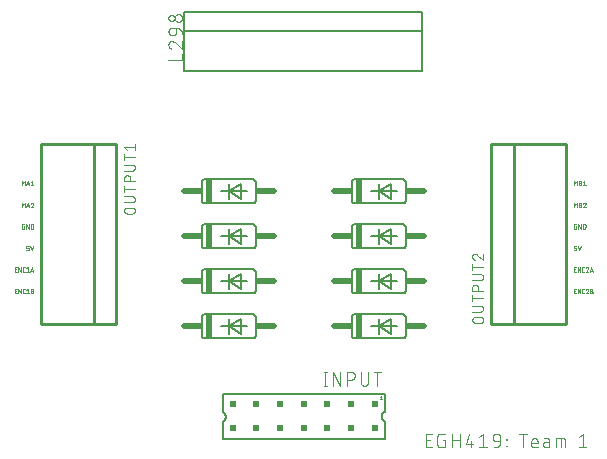
<source format=gbr>
G04 EAGLE Gerber RS-274X export*
G75*
%MOMM*%
%FSLAX34Y34*%
%LPD*%
%INSilkscreen Top*%
%IPPOS*%
%AMOC8*
5,1,8,0,0,1.08239X$1,22.5*%
G01*
%ADD10C,0.025400*%
%ADD11C,0.101600*%
%ADD12C,0.508000*%
%ADD13C,0.152400*%
%ADD14R,0.508000X2.032000*%
%ADD15R,0.635000X0.508000*%
%ADD16C,0.203200*%
%ADD17C,0.254000*%
%ADD18R,0.500000X0.500000*%


D10*
X40664Y589167D02*
X40664Y592977D01*
X41934Y590860D01*
X43204Y592977D01*
X43204Y589167D01*
X44687Y589167D02*
X45957Y592977D01*
X47227Y589167D01*
X46910Y590120D02*
X45005Y590120D01*
X48556Y592130D02*
X49615Y592977D01*
X49615Y589167D01*
X50673Y589167D02*
X48556Y589167D01*
X40664Y574689D02*
X40664Y570879D01*
X41934Y572572D02*
X40664Y574689D01*
X41934Y572572D02*
X43204Y574689D01*
X43204Y570879D01*
X44687Y570879D02*
X45957Y574689D01*
X47227Y570879D01*
X46910Y571832D02*
X45005Y571832D01*
X49721Y574690D02*
X49781Y574688D01*
X49840Y574682D01*
X49900Y574673D01*
X49958Y574660D01*
X50015Y574643D01*
X50072Y574623D01*
X50127Y574599D01*
X50180Y574572D01*
X50232Y574542D01*
X50281Y574508D01*
X50328Y574471D01*
X50373Y574432D01*
X50416Y574389D01*
X50455Y574344D01*
X50492Y574297D01*
X50526Y574248D01*
X50556Y574196D01*
X50583Y574143D01*
X50607Y574088D01*
X50627Y574031D01*
X50644Y573974D01*
X50657Y573916D01*
X50666Y573856D01*
X50672Y573797D01*
X50674Y573737D01*
X49721Y574689D02*
X49654Y574687D01*
X49587Y574682D01*
X49521Y574673D01*
X49455Y574660D01*
X49391Y574644D01*
X49327Y574624D01*
X49264Y574600D01*
X49202Y574574D01*
X49143Y574544D01*
X49085Y574511D01*
X49028Y574474D01*
X48974Y574435D01*
X48922Y574393D01*
X48873Y574348D01*
X48826Y574300D01*
X48782Y574250D01*
X48740Y574197D01*
X48702Y574142D01*
X48666Y574086D01*
X48634Y574027D01*
X48605Y573967D01*
X48579Y573905D01*
X48557Y573842D01*
X50356Y572996D02*
X50397Y573038D01*
X50436Y573083D01*
X50473Y573129D01*
X50507Y573178D01*
X50538Y573228D01*
X50565Y573280D01*
X50590Y573334D01*
X50612Y573389D01*
X50631Y573445D01*
X50646Y573502D01*
X50658Y573560D01*
X50666Y573619D01*
X50671Y573678D01*
X50673Y573737D01*
X50356Y572996D02*
X48556Y570879D01*
X50673Y570879D01*
X42870Y554708D02*
X42235Y554708D01*
X42870Y554708D02*
X42870Y552591D01*
X41600Y552591D01*
X41545Y552593D01*
X41489Y552598D01*
X41435Y552607D01*
X41381Y552620D01*
X41328Y552636D01*
X41276Y552655D01*
X41225Y552678D01*
X41177Y552704D01*
X41129Y552734D01*
X41084Y552766D01*
X41042Y552801D01*
X41001Y552839D01*
X40963Y552880D01*
X40928Y552922D01*
X40896Y552967D01*
X40866Y553015D01*
X40840Y553063D01*
X40817Y553114D01*
X40798Y553166D01*
X40782Y553219D01*
X40769Y553273D01*
X40760Y553327D01*
X40755Y553383D01*
X40753Y553438D01*
X40754Y553438D02*
X40754Y555554D01*
X40753Y555554D02*
X40755Y555612D01*
X40761Y555669D01*
X40771Y555726D01*
X40784Y555783D01*
X40802Y555838D01*
X40823Y555891D01*
X40848Y555944D01*
X40876Y555994D01*
X40908Y556042D01*
X40943Y556089D01*
X40981Y556132D01*
X41022Y556173D01*
X41065Y556211D01*
X41112Y556246D01*
X41160Y556278D01*
X41210Y556306D01*
X41263Y556331D01*
X41316Y556352D01*
X41371Y556370D01*
X41428Y556383D01*
X41485Y556393D01*
X41542Y556399D01*
X41600Y556401D01*
X42870Y556401D01*
X44655Y556401D02*
X44655Y552591D01*
X46772Y552591D02*
X44655Y556401D01*
X46772Y556401D02*
X46772Y552591D01*
X48556Y552591D02*
X48556Y556401D01*
X49615Y556401D01*
X49679Y556399D01*
X49743Y556393D01*
X49806Y556384D01*
X49868Y556370D01*
X49930Y556353D01*
X49990Y556332D01*
X50049Y556308D01*
X50107Y556280D01*
X50162Y556248D01*
X50216Y556214D01*
X50267Y556176D01*
X50317Y556135D01*
X50363Y556091D01*
X50407Y556045D01*
X50448Y555995D01*
X50486Y555944D01*
X50520Y555890D01*
X50552Y555835D01*
X50580Y555777D01*
X50604Y555718D01*
X50625Y555658D01*
X50642Y555596D01*
X50656Y555534D01*
X50665Y555471D01*
X50671Y555407D01*
X50673Y555343D01*
X50673Y553649D01*
X50671Y553585D01*
X50665Y553521D01*
X50656Y553458D01*
X50642Y553396D01*
X50625Y553334D01*
X50604Y553274D01*
X50580Y553215D01*
X50552Y553157D01*
X50520Y553102D01*
X50486Y553048D01*
X50448Y552997D01*
X50407Y552947D01*
X50363Y552901D01*
X50317Y552857D01*
X50267Y552816D01*
X50216Y552778D01*
X50162Y552744D01*
X50107Y552712D01*
X50049Y552684D01*
X49990Y552660D01*
X49930Y552639D01*
X49868Y552622D01*
X49806Y552608D01*
X49743Y552599D01*
X49679Y552593D01*
X49615Y552591D01*
X48556Y552591D01*
X45957Y534303D02*
X44687Y534303D01*
X45957Y534303D02*
X46012Y534305D01*
X46068Y534310D01*
X46122Y534319D01*
X46176Y534332D01*
X46229Y534348D01*
X46281Y534367D01*
X46332Y534390D01*
X46381Y534416D01*
X46428Y534446D01*
X46473Y534478D01*
X46515Y534513D01*
X46556Y534551D01*
X46594Y534592D01*
X46629Y534634D01*
X46661Y534679D01*
X46691Y534727D01*
X46717Y534775D01*
X46740Y534826D01*
X46759Y534878D01*
X46775Y534931D01*
X46788Y534985D01*
X46797Y535039D01*
X46802Y535095D01*
X46804Y535150D01*
X46804Y535573D01*
X46802Y535628D01*
X46797Y535684D01*
X46788Y535738D01*
X46775Y535792D01*
X46759Y535845D01*
X46740Y535897D01*
X46717Y535948D01*
X46691Y535997D01*
X46661Y536044D01*
X46629Y536089D01*
X46594Y536131D01*
X46556Y536172D01*
X46515Y536210D01*
X46473Y536245D01*
X46428Y536277D01*
X46381Y536307D01*
X46332Y536333D01*
X46281Y536356D01*
X46229Y536375D01*
X46176Y536391D01*
X46122Y536404D01*
X46068Y536413D01*
X46012Y536418D01*
X45957Y536420D01*
X44687Y536420D01*
X44687Y538113D01*
X46804Y538113D01*
X48133Y538113D02*
X49403Y534303D01*
X50673Y538113D01*
X36390Y516015D02*
X34696Y516015D01*
X34696Y519825D01*
X36390Y519825D01*
X35966Y518132D02*
X34696Y518132D01*
X37860Y519825D02*
X37860Y516015D01*
X39976Y516015D02*
X37860Y519825D01*
X39976Y519825D02*
X39976Y516015D01*
X42476Y516015D02*
X43323Y516015D01*
X42476Y516015D02*
X42421Y516017D01*
X42365Y516022D01*
X42311Y516031D01*
X42257Y516044D01*
X42204Y516060D01*
X42152Y516079D01*
X42101Y516102D01*
X42053Y516128D01*
X42005Y516158D01*
X41960Y516190D01*
X41918Y516225D01*
X41877Y516263D01*
X41839Y516304D01*
X41804Y516346D01*
X41772Y516391D01*
X41742Y516439D01*
X41716Y516487D01*
X41693Y516538D01*
X41674Y516590D01*
X41658Y516643D01*
X41645Y516697D01*
X41636Y516751D01*
X41631Y516807D01*
X41629Y516862D01*
X41630Y516862D02*
X41630Y518978D01*
X41629Y518978D02*
X41631Y519036D01*
X41637Y519093D01*
X41647Y519150D01*
X41660Y519207D01*
X41678Y519262D01*
X41699Y519315D01*
X41724Y519368D01*
X41752Y519418D01*
X41784Y519466D01*
X41819Y519513D01*
X41857Y519556D01*
X41898Y519597D01*
X41941Y519635D01*
X41988Y519670D01*
X42036Y519702D01*
X42086Y519730D01*
X42139Y519755D01*
X42192Y519776D01*
X42247Y519794D01*
X42304Y519807D01*
X42361Y519817D01*
X42418Y519823D01*
X42476Y519825D01*
X43323Y519825D01*
X44687Y518978D02*
X45745Y519825D01*
X45745Y516015D01*
X44687Y516015D02*
X46804Y516015D01*
X48133Y516015D02*
X49403Y519825D01*
X50673Y516015D01*
X50356Y516968D02*
X48451Y516968D01*
X36431Y497727D02*
X34738Y497727D01*
X34738Y501537D01*
X36431Y501537D01*
X36008Y499844D02*
X34738Y499844D01*
X37901Y501537D02*
X37901Y497727D01*
X40018Y497727D02*
X37901Y501537D01*
X40018Y501537D02*
X40018Y497727D01*
X42518Y497727D02*
X43364Y497727D01*
X42518Y497727D02*
X42463Y497729D01*
X42407Y497734D01*
X42353Y497743D01*
X42299Y497756D01*
X42246Y497772D01*
X42194Y497791D01*
X42143Y497814D01*
X42095Y497840D01*
X42047Y497870D01*
X42002Y497902D01*
X41960Y497937D01*
X41919Y497975D01*
X41881Y498016D01*
X41846Y498058D01*
X41814Y498103D01*
X41784Y498151D01*
X41758Y498199D01*
X41735Y498250D01*
X41716Y498302D01*
X41700Y498355D01*
X41687Y498409D01*
X41678Y498463D01*
X41673Y498519D01*
X41671Y498574D01*
X41671Y500690D01*
X41673Y500748D01*
X41679Y500805D01*
X41689Y500862D01*
X41702Y500919D01*
X41720Y500974D01*
X41741Y501027D01*
X41766Y501080D01*
X41794Y501130D01*
X41826Y501178D01*
X41861Y501225D01*
X41899Y501268D01*
X41940Y501309D01*
X41983Y501347D01*
X42030Y501382D01*
X42078Y501414D01*
X42128Y501442D01*
X42181Y501467D01*
X42234Y501488D01*
X42289Y501506D01*
X42346Y501519D01*
X42403Y501529D01*
X42460Y501535D01*
X42518Y501537D01*
X43364Y501537D01*
X44729Y500690D02*
X45787Y501537D01*
X45787Y497727D01*
X44729Y497727D02*
X46845Y497727D01*
X48556Y499844D02*
X49615Y499844D01*
X49615Y499843D02*
X49679Y499841D01*
X49743Y499835D01*
X49806Y499826D01*
X49868Y499812D01*
X49930Y499795D01*
X49990Y499774D01*
X50049Y499750D01*
X50107Y499722D01*
X50162Y499690D01*
X50216Y499656D01*
X50267Y499618D01*
X50317Y499577D01*
X50363Y499533D01*
X50407Y499487D01*
X50448Y499437D01*
X50486Y499386D01*
X50520Y499332D01*
X50552Y499277D01*
X50580Y499219D01*
X50604Y499160D01*
X50625Y499100D01*
X50642Y499038D01*
X50656Y498976D01*
X50665Y498913D01*
X50671Y498849D01*
X50673Y498785D01*
X50671Y498721D01*
X50665Y498657D01*
X50656Y498594D01*
X50642Y498532D01*
X50625Y498470D01*
X50604Y498410D01*
X50580Y498351D01*
X50552Y498293D01*
X50520Y498238D01*
X50486Y498184D01*
X50448Y498133D01*
X50407Y498083D01*
X50363Y498037D01*
X50317Y497993D01*
X50267Y497952D01*
X50216Y497914D01*
X50162Y497880D01*
X50107Y497848D01*
X50049Y497820D01*
X49990Y497796D01*
X49930Y497775D01*
X49868Y497758D01*
X49806Y497744D01*
X49743Y497735D01*
X49679Y497729D01*
X49615Y497727D01*
X48556Y497727D01*
X48556Y501537D01*
X49615Y501537D01*
X49672Y501535D01*
X49728Y501529D01*
X49784Y501520D01*
X49839Y501507D01*
X49893Y501490D01*
X49946Y501470D01*
X49997Y501446D01*
X50047Y501419D01*
X50094Y501388D01*
X50140Y501355D01*
X50183Y501318D01*
X50224Y501279D01*
X50262Y501237D01*
X50297Y501192D01*
X50329Y501146D01*
X50358Y501097D01*
X50383Y501047D01*
X50405Y500994D01*
X50424Y500941D01*
X50439Y500886D01*
X50450Y500831D01*
X50458Y500775D01*
X50462Y500718D01*
X50462Y500662D01*
X50458Y500605D01*
X50450Y500549D01*
X50439Y500494D01*
X50424Y500439D01*
X50405Y500386D01*
X50383Y500333D01*
X50358Y500283D01*
X50329Y500234D01*
X50297Y500188D01*
X50262Y500143D01*
X50224Y500101D01*
X50183Y500062D01*
X50140Y500025D01*
X50094Y499992D01*
X50047Y499961D01*
X49997Y499934D01*
X49946Y499910D01*
X49893Y499890D01*
X49839Y499873D01*
X49784Y499860D01*
X49728Y499851D01*
X49672Y499845D01*
X49615Y499843D01*
X508127Y589167D02*
X508127Y592977D01*
X509397Y590860D01*
X510667Y592977D01*
X510667Y589167D01*
X512532Y591284D02*
X513591Y591284D01*
X513591Y591283D02*
X513655Y591281D01*
X513719Y591275D01*
X513782Y591266D01*
X513844Y591252D01*
X513906Y591235D01*
X513966Y591214D01*
X514025Y591190D01*
X514083Y591162D01*
X514138Y591130D01*
X514192Y591096D01*
X514243Y591058D01*
X514293Y591017D01*
X514339Y590973D01*
X514383Y590927D01*
X514424Y590877D01*
X514462Y590826D01*
X514496Y590772D01*
X514528Y590717D01*
X514556Y590659D01*
X514580Y590600D01*
X514601Y590540D01*
X514618Y590478D01*
X514632Y590416D01*
X514641Y590353D01*
X514647Y590289D01*
X514649Y590225D01*
X514647Y590161D01*
X514641Y590097D01*
X514632Y590034D01*
X514618Y589972D01*
X514601Y589910D01*
X514580Y589850D01*
X514556Y589791D01*
X514528Y589733D01*
X514496Y589678D01*
X514462Y589624D01*
X514424Y589573D01*
X514383Y589523D01*
X514339Y589477D01*
X514293Y589433D01*
X514243Y589392D01*
X514192Y589354D01*
X514138Y589320D01*
X514083Y589288D01*
X514025Y589260D01*
X513966Y589236D01*
X513906Y589215D01*
X513844Y589198D01*
X513782Y589184D01*
X513719Y589175D01*
X513655Y589169D01*
X513591Y589167D01*
X512532Y589167D01*
X512532Y592977D01*
X513591Y592977D01*
X513648Y592975D01*
X513704Y592969D01*
X513760Y592960D01*
X513815Y592947D01*
X513869Y592930D01*
X513922Y592910D01*
X513973Y592886D01*
X514023Y592859D01*
X514070Y592828D01*
X514116Y592795D01*
X514159Y592758D01*
X514200Y592719D01*
X514238Y592677D01*
X514273Y592632D01*
X514305Y592586D01*
X514334Y592537D01*
X514359Y592487D01*
X514381Y592434D01*
X514400Y592381D01*
X514415Y592326D01*
X514426Y592271D01*
X514434Y592215D01*
X514438Y592158D01*
X514438Y592102D01*
X514434Y592045D01*
X514426Y591989D01*
X514415Y591934D01*
X514400Y591879D01*
X514381Y591826D01*
X514359Y591773D01*
X514334Y591723D01*
X514305Y591674D01*
X514273Y591628D01*
X514238Y591583D01*
X514200Y591541D01*
X514159Y591502D01*
X514116Y591465D01*
X514070Y591432D01*
X514023Y591401D01*
X513973Y591374D01*
X513922Y591350D01*
X513869Y591330D01*
X513815Y591313D01*
X513760Y591300D01*
X513704Y591291D01*
X513648Y591285D01*
X513591Y591283D01*
X516020Y592130D02*
X517078Y592977D01*
X517078Y589167D01*
X516020Y589167D02*
X518136Y589167D01*
X508127Y574689D02*
X508127Y570879D01*
X509397Y572572D02*
X508127Y574689D01*
X509397Y572572D02*
X510667Y574689D01*
X510667Y570879D01*
X512532Y572996D02*
X513591Y572996D01*
X513591Y572995D02*
X513655Y572993D01*
X513719Y572987D01*
X513782Y572978D01*
X513844Y572964D01*
X513906Y572947D01*
X513966Y572926D01*
X514025Y572902D01*
X514083Y572874D01*
X514138Y572842D01*
X514192Y572808D01*
X514243Y572770D01*
X514293Y572729D01*
X514339Y572685D01*
X514383Y572639D01*
X514424Y572589D01*
X514462Y572538D01*
X514496Y572484D01*
X514528Y572429D01*
X514556Y572371D01*
X514580Y572312D01*
X514601Y572252D01*
X514618Y572190D01*
X514632Y572128D01*
X514641Y572065D01*
X514647Y572001D01*
X514649Y571937D01*
X514647Y571873D01*
X514641Y571809D01*
X514632Y571746D01*
X514618Y571684D01*
X514601Y571622D01*
X514580Y571562D01*
X514556Y571503D01*
X514528Y571445D01*
X514496Y571390D01*
X514462Y571336D01*
X514424Y571285D01*
X514383Y571235D01*
X514339Y571189D01*
X514293Y571145D01*
X514243Y571104D01*
X514192Y571066D01*
X514138Y571032D01*
X514083Y571000D01*
X514025Y570972D01*
X513966Y570948D01*
X513906Y570927D01*
X513844Y570910D01*
X513782Y570896D01*
X513719Y570887D01*
X513655Y570881D01*
X513591Y570879D01*
X512532Y570879D01*
X512532Y574689D01*
X513591Y574689D01*
X513648Y574687D01*
X513704Y574681D01*
X513760Y574672D01*
X513815Y574659D01*
X513869Y574642D01*
X513922Y574622D01*
X513973Y574598D01*
X514023Y574571D01*
X514070Y574540D01*
X514116Y574507D01*
X514159Y574470D01*
X514200Y574431D01*
X514238Y574389D01*
X514273Y574344D01*
X514305Y574298D01*
X514334Y574249D01*
X514359Y574199D01*
X514381Y574146D01*
X514400Y574093D01*
X514415Y574038D01*
X514426Y573983D01*
X514434Y573927D01*
X514438Y573870D01*
X514438Y573814D01*
X514434Y573757D01*
X514426Y573701D01*
X514415Y573646D01*
X514400Y573591D01*
X514381Y573538D01*
X514359Y573485D01*
X514334Y573435D01*
X514305Y573386D01*
X514273Y573340D01*
X514238Y573295D01*
X514200Y573253D01*
X514159Y573214D01*
X514116Y573177D01*
X514070Y573144D01*
X514023Y573113D01*
X513973Y573086D01*
X513922Y573062D01*
X513869Y573042D01*
X513815Y573025D01*
X513760Y573012D01*
X513704Y573003D01*
X513648Y572997D01*
X513591Y572995D01*
X517184Y574690D02*
X517244Y574688D01*
X517303Y574682D01*
X517363Y574673D01*
X517421Y574660D01*
X517478Y574643D01*
X517535Y574623D01*
X517590Y574599D01*
X517643Y574572D01*
X517695Y574542D01*
X517744Y574508D01*
X517791Y574471D01*
X517836Y574432D01*
X517879Y574389D01*
X517918Y574344D01*
X517955Y574297D01*
X517989Y574248D01*
X518019Y574196D01*
X518046Y574143D01*
X518070Y574088D01*
X518090Y574031D01*
X518107Y573974D01*
X518120Y573916D01*
X518129Y573856D01*
X518135Y573797D01*
X518137Y573737D01*
X517184Y574689D02*
X517117Y574687D01*
X517050Y574682D01*
X516984Y574673D01*
X516918Y574660D01*
X516854Y574644D01*
X516790Y574624D01*
X516727Y574600D01*
X516665Y574574D01*
X516606Y574544D01*
X516548Y574511D01*
X516491Y574474D01*
X516437Y574435D01*
X516385Y574393D01*
X516336Y574348D01*
X516289Y574300D01*
X516245Y574250D01*
X516203Y574197D01*
X516165Y574142D01*
X516129Y574086D01*
X516097Y574027D01*
X516068Y573967D01*
X516042Y573905D01*
X516020Y573842D01*
X517819Y572996D02*
X517860Y573038D01*
X517899Y573083D01*
X517936Y573129D01*
X517970Y573178D01*
X518001Y573228D01*
X518028Y573280D01*
X518053Y573334D01*
X518075Y573389D01*
X518094Y573445D01*
X518109Y573502D01*
X518121Y573560D01*
X518129Y573619D01*
X518134Y573678D01*
X518136Y573737D01*
X517819Y572996D02*
X516020Y570879D01*
X518136Y570879D01*
X510244Y554708D02*
X509609Y554708D01*
X510244Y554708D02*
X510244Y552591D01*
X508974Y552591D01*
X508919Y552593D01*
X508863Y552598D01*
X508809Y552607D01*
X508755Y552620D01*
X508702Y552636D01*
X508650Y552655D01*
X508599Y552678D01*
X508551Y552704D01*
X508503Y552734D01*
X508458Y552766D01*
X508416Y552801D01*
X508375Y552839D01*
X508337Y552880D01*
X508302Y552922D01*
X508270Y552967D01*
X508240Y553015D01*
X508214Y553063D01*
X508191Y553114D01*
X508172Y553166D01*
X508156Y553219D01*
X508143Y553273D01*
X508134Y553327D01*
X508129Y553383D01*
X508127Y553438D01*
X508127Y555554D01*
X508129Y555612D01*
X508135Y555669D01*
X508145Y555726D01*
X508158Y555783D01*
X508176Y555838D01*
X508197Y555891D01*
X508222Y555944D01*
X508250Y555994D01*
X508282Y556042D01*
X508317Y556089D01*
X508355Y556132D01*
X508396Y556173D01*
X508439Y556211D01*
X508486Y556246D01*
X508534Y556278D01*
X508584Y556306D01*
X508637Y556331D01*
X508690Y556352D01*
X508745Y556370D01*
X508802Y556383D01*
X508859Y556393D01*
X508916Y556399D01*
X508974Y556401D01*
X510244Y556401D01*
X512028Y556401D02*
X512028Y552591D01*
X514145Y552591D02*
X512028Y556401D01*
X514145Y556401D02*
X514145Y552591D01*
X515930Y552591D02*
X515930Y556401D01*
X516988Y556401D01*
X517052Y556399D01*
X517116Y556393D01*
X517179Y556384D01*
X517241Y556370D01*
X517303Y556353D01*
X517363Y556332D01*
X517422Y556308D01*
X517480Y556280D01*
X517535Y556248D01*
X517589Y556214D01*
X517640Y556176D01*
X517690Y556135D01*
X517736Y556091D01*
X517780Y556045D01*
X517821Y555995D01*
X517859Y555944D01*
X517893Y555890D01*
X517925Y555835D01*
X517953Y555777D01*
X517977Y555718D01*
X517998Y555658D01*
X518015Y555596D01*
X518029Y555534D01*
X518038Y555471D01*
X518044Y555407D01*
X518046Y555343D01*
X518046Y553649D01*
X518044Y553585D01*
X518038Y553521D01*
X518029Y553458D01*
X518015Y553396D01*
X517998Y553334D01*
X517977Y553274D01*
X517953Y553215D01*
X517925Y553157D01*
X517893Y553102D01*
X517859Y553048D01*
X517821Y552997D01*
X517780Y552947D01*
X517736Y552901D01*
X517690Y552857D01*
X517640Y552816D01*
X517589Y552778D01*
X517535Y552744D01*
X517480Y552712D01*
X517422Y552684D01*
X517363Y552660D01*
X517303Y552639D01*
X517241Y552622D01*
X517179Y552608D01*
X517116Y552599D01*
X517052Y552593D01*
X516988Y552591D01*
X515930Y552591D01*
X509397Y534303D02*
X508127Y534303D01*
X509397Y534303D02*
X509452Y534305D01*
X509508Y534310D01*
X509562Y534319D01*
X509616Y534332D01*
X509669Y534348D01*
X509721Y534367D01*
X509772Y534390D01*
X509821Y534416D01*
X509868Y534446D01*
X509913Y534478D01*
X509955Y534513D01*
X509996Y534551D01*
X510034Y534592D01*
X510069Y534634D01*
X510101Y534679D01*
X510131Y534727D01*
X510157Y534775D01*
X510180Y534826D01*
X510199Y534878D01*
X510215Y534931D01*
X510228Y534985D01*
X510237Y535039D01*
X510242Y535095D01*
X510244Y535150D01*
X510244Y535573D01*
X510242Y535628D01*
X510237Y535684D01*
X510228Y535738D01*
X510215Y535792D01*
X510199Y535845D01*
X510180Y535897D01*
X510157Y535948D01*
X510131Y535997D01*
X510101Y536044D01*
X510069Y536089D01*
X510034Y536131D01*
X509996Y536172D01*
X509955Y536210D01*
X509913Y536245D01*
X509868Y536277D01*
X509821Y536307D01*
X509772Y536333D01*
X509721Y536356D01*
X509669Y536375D01*
X509616Y536391D01*
X509562Y536404D01*
X509508Y536413D01*
X509452Y536418D01*
X509397Y536420D01*
X508127Y536420D01*
X508127Y538113D01*
X510244Y538113D01*
X511573Y538113D02*
X512843Y534303D01*
X514113Y538113D01*
X509820Y516015D02*
X508127Y516015D01*
X508127Y519825D01*
X509820Y519825D01*
X509397Y518132D02*
X508127Y518132D01*
X511290Y519825D02*
X511290Y516015D01*
X513407Y516015D02*
X511290Y519825D01*
X513407Y519825D02*
X513407Y516015D01*
X515907Y516015D02*
X516754Y516015D01*
X515907Y516015D02*
X515852Y516017D01*
X515796Y516022D01*
X515742Y516031D01*
X515688Y516044D01*
X515635Y516060D01*
X515583Y516079D01*
X515532Y516102D01*
X515484Y516128D01*
X515436Y516158D01*
X515391Y516190D01*
X515349Y516225D01*
X515308Y516263D01*
X515270Y516304D01*
X515235Y516346D01*
X515203Y516391D01*
X515173Y516439D01*
X515147Y516487D01*
X515124Y516538D01*
X515105Y516590D01*
X515089Y516643D01*
X515076Y516697D01*
X515067Y516751D01*
X515062Y516807D01*
X515060Y516862D01*
X515060Y518978D01*
X515062Y519036D01*
X515068Y519093D01*
X515078Y519150D01*
X515091Y519207D01*
X515109Y519262D01*
X515130Y519315D01*
X515155Y519368D01*
X515183Y519418D01*
X515215Y519466D01*
X515250Y519513D01*
X515288Y519556D01*
X515329Y519597D01*
X515372Y519635D01*
X515419Y519670D01*
X515467Y519702D01*
X515517Y519730D01*
X515570Y519755D01*
X515623Y519776D01*
X515678Y519794D01*
X515735Y519807D01*
X515792Y519817D01*
X515849Y519823D01*
X515907Y519825D01*
X516754Y519825D01*
X519282Y519826D02*
X519342Y519824D01*
X519401Y519818D01*
X519461Y519809D01*
X519519Y519796D01*
X519576Y519779D01*
X519633Y519759D01*
X519688Y519735D01*
X519741Y519708D01*
X519793Y519678D01*
X519842Y519644D01*
X519889Y519607D01*
X519934Y519568D01*
X519977Y519525D01*
X520016Y519480D01*
X520053Y519433D01*
X520087Y519384D01*
X520117Y519332D01*
X520144Y519279D01*
X520168Y519224D01*
X520188Y519167D01*
X520205Y519110D01*
X520218Y519052D01*
X520227Y518992D01*
X520233Y518933D01*
X520235Y518873D01*
X519282Y519825D02*
X519215Y519823D01*
X519148Y519818D01*
X519082Y519809D01*
X519016Y519796D01*
X518952Y519780D01*
X518888Y519760D01*
X518825Y519736D01*
X518763Y519710D01*
X518704Y519680D01*
X518646Y519647D01*
X518589Y519610D01*
X518535Y519571D01*
X518483Y519529D01*
X518434Y519484D01*
X518387Y519436D01*
X518343Y519386D01*
X518301Y519333D01*
X518263Y519278D01*
X518227Y519222D01*
X518195Y519163D01*
X518166Y519103D01*
X518140Y519041D01*
X518118Y518978D01*
X519917Y518132D02*
X519958Y518174D01*
X519997Y518219D01*
X520034Y518265D01*
X520068Y518314D01*
X520099Y518364D01*
X520126Y518416D01*
X520151Y518470D01*
X520173Y518525D01*
X520192Y518581D01*
X520207Y518638D01*
X520219Y518696D01*
X520227Y518755D01*
X520232Y518814D01*
X520234Y518873D01*
X519917Y518132D02*
X518118Y516015D01*
X520235Y516015D01*
X521564Y516015D02*
X522834Y519825D01*
X524104Y516015D01*
X523786Y516968D02*
X521881Y516968D01*
X509820Y497727D02*
X508127Y497727D01*
X508127Y501537D01*
X509820Y501537D01*
X509397Y499844D02*
X508127Y499844D01*
X511290Y501537D02*
X511290Y497727D01*
X513407Y497727D02*
X511290Y501537D01*
X513407Y501537D02*
X513407Y497727D01*
X515907Y497727D02*
X516754Y497727D01*
X515907Y497727D02*
X515852Y497729D01*
X515796Y497734D01*
X515742Y497743D01*
X515688Y497756D01*
X515635Y497772D01*
X515583Y497791D01*
X515532Y497814D01*
X515484Y497840D01*
X515436Y497870D01*
X515391Y497902D01*
X515349Y497937D01*
X515308Y497975D01*
X515270Y498016D01*
X515235Y498058D01*
X515203Y498103D01*
X515173Y498151D01*
X515147Y498199D01*
X515124Y498250D01*
X515105Y498302D01*
X515089Y498355D01*
X515076Y498409D01*
X515067Y498463D01*
X515062Y498519D01*
X515060Y498574D01*
X515060Y500690D01*
X515062Y500748D01*
X515068Y500805D01*
X515078Y500862D01*
X515091Y500919D01*
X515109Y500974D01*
X515130Y501027D01*
X515155Y501080D01*
X515183Y501130D01*
X515215Y501178D01*
X515250Y501225D01*
X515288Y501268D01*
X515329Y501309D01*
X515372Y501347D01*
X515419Y501382D01*
X515467Y501414D01*
X515517Y501442D01*
X515570Y501467D01*
X515623Y501488D01*
X515678Y501506D01*
X515735Y501519D01*
X515792Y501529D01*
X515849Y501535D01*
X515907Y501537D01*
X516754Y501537D01*
X519282Y501538D02*
X519342Y501536D01*
X519401Y501530D01*
X519461Y501521D01*
X519519Y501508D01*
X519576Y501491D01*
X519633Y501471D01*
X519688Y501447D01*
X519741Y501420D01*
X519793Y501390D01*
X519842Y501356D01*
X519889Y501319D01*
X519934Y501280D01*
X519977Y501237D01*
X520016Y501192D01*
X520053Y501145D01*
X520087Y501096D01*
X520117Y501044D01*
X520144Y500991D01*
X520168Y500936D01*
X520188Y500879D01*
X520205Y500822D01*
X520218Y500764D01*
X520227Y500704D01*
X520233Y500645D01*
X520235Y500585D01*
X519282Y501537D02*
X519215Y501535D01*
X519148Y501530D01*
X519082Y501521D01*
X519016Y501508D01*
X518952Y501492D01*
X518888Y501472D01*
X518825Y501448D01*
X518763Y501422D01*
X518704Y501392D01*
X518646Y501359D01*
X518589Y501322D01*
X518535Y501283D01*
X518483Y501241D01*
X518434Y501196D01*
X518387Y501148D01*
X518343Y501098D01*
X518301Y501045D01*
X518263Y500990D01*
X518227Y500934D01*
X518195Y500875D01*
X518166Y500815D01*
X518140Y500753D01*
X518118Y500690D01*
X519917Y499844D02*
X519958Y499886D01*
X519997Y499931D01*
X520034Y499977D01*
X520068Y500026D01*
X520099Y500076D01*
X520126Y500128D01*
X520151Y500182D01*
X520173Y500237D01*
X520192Y500293D01*
X520207Y500350D01*
X520219Y500408D01*
X520227Y500467D01*
X520232Y500526D01*
X520234Y500585D01*
X519917Y499844D02*
X518118Y497727D01*
X520235Y497727D01*
X521946Y499844D02*
X523004Y499844D01*
X523004Y499843D02*
X523068Y499841D01*
X523132Y499835D01*
X523195Y499826D01*
X523257Y499812D01*
X523319Y499795D01*
X523379Y499774D01*
X523438Y499750D01*
X523496Y499722D01*
X523551Y499690D01*
X523605Y499656D01*
X523656Y499618D01*
X523706Y499577D01*
X523752Y499533D01*
X523796Y499487D01*
X523837Y499437D01*
X523875Y499386D01*
X523909Y499332D01*
X523941Y499277D01*
X523969Y499219D01*
X523993Y499160D01*
X524014Y499100D01*
X524031Y499038D01*
X524045Y498976D01*
X524054Y498913D01*
X524060Y498849D01*
X524062Y498785D01*
X524060Y498721D01*
X524054Y498657D01*
X524045Y498594D01*
X524031Y498532D01*
X524014Y498470D01*
X523993Y498410D01*
X523969Y498351D01*
X523941Y498293D01*
X523909Y498238D01*
X523875Y498184D01*
X523837Y498133D01*
X523796Y498083D01*
X523752Y498037D01*
X523706Y497993D01*
X523656Y497952D01*
X523605Y497914D01*
X523551Y497880D01*
X523496Y497848D01*
X523438Y497820D01*
X523379Y497796D01*
X523319Y497775D01*
X523257Y497758D01*
X523195Y497744D01*
X523132Y497735D01*
X523068Y497729D01*
X523004Y497727D01*
X521946Y497727D01*
X521946Y501537D01*
X523004Y501537D01*
X523061Y501535D01*
X523117Y501529D01*
X523173Y501520D01*
X523228Y501507D01*
X523282Y501490D01*
X523335Y501470D01*
X523386Y501446D01*
X523436Y501419D01*
X523483Y501388D01*
X523529Y501355D01*
X523572Y501318D01*
X523613Y501279D01*
X523651Y501237D01*
X523686Y501192D01*
X523718Y501146D01*
X523747Y501097D01*
X523772Y501047D01*
X523794Y500994D01*
X523813Y500941D01*
X523828Y500886D01*
X523839Y500831D01*
X523847Y500775D01*
X523851Y500718D01*
X523851Y500662D01*
X523847Y500605D01*
X523839Y500549D01*
X523828Y500494D01*
X523813Y500439D01*
X523794Y500386D01*
X523772Y500333D01*
X523747Y500283D01*
X523718Y500234D01*
X523686Y500188D01*
X523651Y500143D01*
X523613Y500101D01*
X523572Y500062D01*
X523529Y500025D01*
X523483Y499992D01*
X523436Y499961D01*
X523386Y499934D01*
X523335Y499910D01*
X523282Y499890D01*
X523228Y499873D01*
X523173Y499860D01*
X523117Y499851D01*
X523061Y499845D01*
X523004Y499843D01*
D11*
X388021Y367303D02*
X382828Y367303D01*
X382828Y378987D01*
X388021Y378987D01*
X386723Y373794D02*
X382828Y373794D01*
X397255Y373794D02*
X399203Y373794D01*
X399203Y367303D01*
X395308Y367303D01*
X395209Y367305D01*
X395109Y367311D01*
X395010Y367320D01*
X394912Y367333D01*
X394814Y367350D01*
X394716Y367371D01*
X394620Y367396D01*
X394525Y367424D01*
X394431Y367456D01*
X394338Y367491D01*
X394246Y367530D01*
X394156Y367573D01*
X394068Y367618D01*
X393981Y367668D01*
X393897Y367720D01*
X393814Y367776D01*
X393734Y367834D01*
X393656Y367896D01*
X393581Y367961D01*
X393508Y368029D01*
X393438Y368099D01*
X393370Y368172D01*
X393305Y368247D01*
X393243Y368325D01*
X393185Y368405D01*
X393129Y368488D01*
X393077Y368572D01*
X393027Y368659D01*
X392982Y368747D01*
X392939Y368837D01*
X392900Y368929D01*
X392865Y369022D01*
X392833Y369116D01*
X392805Y369211D01*
X392780Y369307D01*
X392759Y369405D01*
X392742Y369503D01*
X392729Y369601D01*
X392720Y369700D01*
X392714Y369800D01*
X392712Y369899D01*
X392711Y369899D02*
X392711Y376391D01*
X392712Y376391D02*
X392714Y376490D01*
X392720Y376590D01*
X392729Y376689D01*
X392742Y376787D01*
X392759Y376885D01*
X392780Y376983D01*
X392805Y377079D01*
X392833Y377174D01*
X392865Y377268D01*
X392900Y377361D01*
X392939Y377453D01*
X392982Y377543D01*
X393027Y377631D01*
X393077Y377718D01*
X393129Y377802D01*
X393185Y377885D01*
X393243Y377965D01*
X393305Y378043D01*
X393370Y378118D01*
X393438Y378191D01*
X393508Y378261D01*
X393581Y378329D01*
X393656Y378394D01*
X393734Y378456D01*
X393814Y378514D01*
X393897Y378570D01*
X393981Y378622D01*
X394068Y378672D01*
X394156Y378717D01*
X394246Y378760D01*
X394338Y378799D01*
X394430Y378834D01*
X394525Y378866D01*
X394620Y378894D01*
X394716Y378919D01*
X394814Y378940D01*
X394912Y378957D01*
X395010Y378970D01*
X395109Y378979D01*
X395209Y378985D01*
X395308Y378987D01*
X399203Y378987D01*
X404903Y378987D02*
X404903Y367303D01*
X404903Y373794D02*
X411394Y373794D01*
X411394Y378987D02*
X411394Y367303D01*
X416714Y369899D02*
X419311Y378987D01*
X416714Y369899D02*
X423205Y369899D01*
X421258Y372496D02*
X421258Y367303D01*
X428144Y376391D02*
X431390Y378987D01*
X431390Y367303D01*
X434635Y367303D02*
X428144Y367303D01*
X442171Y372496D02*
X446065Y372496D01*
X442171Y372496D02*
X442072Y372498D01*
X441972Y372504D01*
X441873Y372513D01*
X441775Y372526D01*
X441677Y372543D01*
X441579Y372564D01*
X441483Y372589D01*
X441388Y372617D01*
X441294Y372649D01*
X441201Y372684D01*
X441109Y372723D01*
X441019Y372766D01*
X440931Y372811D01*
X440844Y372861D01*
X440760Y372913D01*
X440677Y372969D01*
X440597Y373027D01*
X440519Y373089D01*
X440444Y373154D01*
X440371Y373222D01*
X440301Y373292D01*
X440233Y373365D01*
X440168Y373440D01*
X440106Y373518D01*
X440048Y373598D01*
X439992Y373681D01*
X439940Y373765D01*
X439890Y373852D01*
X439845Y373940D01*
X439802Y374030D01*
X439763Y374122D01*
X439728Y374215D01*
X439696Y374309D01*
X439668Y374404D01*
X439643Y374500D01*
X439622Y374598D01*
X439605Y374696D01*
X439592Y374794D01*
X439583Y374893D01*
X439577Y374993D01*
X439575Y375092D01*
X439574Y375092D02*
X439574Y375741D01*
X439576Y375854D01*
X439582Y375967D01*
X439592Y376080D01*
X439606Y376193D01*
X439623Y376305D01*
X439645Y376416D01*
X439670Y376526D01*
X439700Y376636D01*
X439733Y376744D01*
X439770Y376851D01*
X439810Y376957D01*
X439855Y377061D01*
X439903Y377164D01*
X439954Y377265D01*
X440009Y377364D01*
X440067Y377461D01*
X440129Y377556D01*
X440194Y377649D01*
X440262Y377739D01*
X440333Y377827D01*
X440408Y377913D01*
X440485Y377996D01*
X440565Y378076D01*
X440648Y378153D01*
X440734Y378228D01*
X440822Y378299D01*
X440912Y378367D01*
X441005Y378432D01*
X441100Y378494D01*
X441197Y378552D01*
X441296Y378607D01*
X441397Y378658D01*
X441500Y378706D01*
X441604Y378751D01*
X441710Y378791D01*
X441817Y378828D01*
X441925Y378861D01*
X442035Y378891D01*
X442145Y378916D01*
X442256Y378938D01*
X442368Y378955D01*
X442481Y378969D01*
X442594Y378979D01*
X442707Y378985D01*
X442820Y378987D01*
X442933Y378985D01*
X443046Y378979D01*
X443159Y378969D01*
X443272Y378955D01*
X443384Y378938D01*
X443495Y378916D01*
X443605Y378891D01*
X443715Y378861D01*
X443823Y378828D01*
X443930Y378791D01*
X444036Y378751D01*
X444140Y378706D01*
X444243Y378658D01*
X444344Y378607D01*
X444443Y378552D01*
X444540Y378494D01*
X444635Y378432D01*
X444728Y378367D01*
X444818Y378299D01*
X444906Y378228D01*
X444992Y378153D01*
X445075Y378076D01*
X445155Y377996D01*
X445232Y377913D01*
X445307Y377827D01*
X445378Y377739D01*
X445446Y377649D01*
X445511Y377556D01*
X445573Y377461D01*
X445631Y377364D01*
X445686Y377265D01*
X445737Y377164D01*
X445785Y377061D01*
X445830Y376957D01*
X445870Y376851D01*
X445907Y376744D01*
X445940Y376636D01*
X445970Y376526D01*
X445995Y376416D01*
X446017Y376305D01*
X446034Y376193D01*
X446048Y376080D01*
X446058Y375967D01*
X446064Y375854D01*
X446066Y375741D01*
X446065Y375741D02*
X446065Y372496D01*
X446066Y372496D02*
X446064Y372353D01*
X446058Y372210D01*
X446048Y372067D01*
X446034Y371925D01*
X446017Y371783D01*
X445995Y371641D01*
X445970Y371500D01*
X445940Y371360D01*
X445907Y371221D01*
X445870Y371083D01*
X445829Y370946D01*
X445785Y370810D01*
X445736Y370675D01*
X445684Y370542D01*
X445629Y370410D01*
X445569Y370280D01*
X445506Y370151D01*
X445440Y370024D01*
X445370Y369899D01*
X445297Y369777D01*
X445220Y369656D01*
X445140Y369537D01*
X445057Y369421D01*
X444971Y369306D01*
X444882Y369195D01*
X444789Y369085D01*
X444694Y368979D01*
X444595Y368875D01*
X444494Y368774D01*
X444390Y368675D01*
X444284Y368580D01*
X444174Y368487D01*
X444063Y368398D01*
X443948Y368312D01*
X443832Y368229D01*
X443713Y368149D01*
X443592Y368072D01*
X443470Y367999D01*
X443345Y367929D01*
X443218Y367863D01*
X443089Y367800D01*
X442959Y367740D01*
X442827Y367685D01*
X442694Y367633D01*
X442559Y367584D01*
X442423Y367540D01*
X442286Y367499D01*
X442148Y367462D01*
X442009Y367429D01*
X441869Y367399D01*
X441728Y367374D01*
X441586Y367352D01*
X441444Y367335D01*
X441302Y367321D01*
X441159Y367311D01*
X441016Y367305D01*
X440873Y367303D01*
X450877Y368277D02*
X450877Y368926D01*
X451526Y368926D01*
X451526Y368277D01*
X450877Y368277D01*
X450877Y373470D02*
X450877Y374119D01*
X451526Y374119D01*
X451526Y373470D01*
X450877Y373470D01*
X464918Y378987D02*
X464918Y367303D01*
X461672Y378987D02*
X468163Y378987D01*
X474175Y367303D02*
X477420Y367303D01*
X474175Y367303D02*
X474088Y367305D01*
X474000Y367311D01*
X473914Y367321D01*
X473827Y367334D01*
X473742Y367352D01*
X473657Y367373D01*
X473573Y367398D01*
X473491Y367427D01*
X473410Y367460D01*
X473330Y367496D01*
X473252Y367535D01*
X473176Y367579D01*
X473102Y367625D01*
X473031Y367675D01*
X472961Y367728D01*
X472894Y367784D01*
X472830Y367843D01*
X472768Y367905D01*
X472709Y367969D01*
X472653Y368036D01*
X472600Y368106D01*
X472550Y368177D01*
X472504Y368251D01*
X472460Y368327D01*
X472421Y368405D01*
X472385Y368485D01*
X472352Y368566D01*
X472323Y368648D01*
X472298Y368732D01*
X472277Y368817D01*
X472259Y368902D01*
X472246Y368989D01*
X472236Y369075D01*
X472230Y369163D01*
X472228Y369250D01*
X472227Y369250D02*
X472227Y372496D01*
X472228Y372496D02*
X472230Y372597D01*
X472236Y372697D01*
X472246Y372797D01*
X472259Y372897D01*
X472277Y372996D01*
X472298Y373095D01*
X472323Y373192D01*
X472352Y373289D01*
X472385Y373384D01*
X472421Y373478D01*
X472461Y373570D01*
X472504Y373661D01*
X472551Y373750D01*
X472601Y373837D01*
X472655Y373923D01*
X472712Y374006D01*
X472772Y374086D01*
X472835Y374165D01*
X472902Y374241D01*
X472971Y374314D01*
X473043Y374384D01*
X473117Y374452D01*
X473194Y374517D01*
X473274Y374578D01*
X473356Y374637D01*
X473440Y374692D01*
X473526Y374744D01*
X473614Y374793D01*
X473704Y374838D01*
X473796Y374880D01*
X473889Y374918D01*
X473984Y374952D01*
X474079Y374983D01*
X474176Y375010D01*
X474274Y375033D01*
X474373Y375053D01*
X474473Y375068D01*
X474573Y375080D01*
X474673Y375088D01*
X474774Y375092D01*
X474874Y375092D01*
X474975Y375088D01*
X475075Y375080D01*
X475175Y375068D01*
X475275Y375053D01*
X475374Y375033D01*
X475472Y375010D01*
X475569Y374983D01*
X475664Y374952D01*
X475759Y374918D01*
X475852Y374880D01*
X475944Y374838D01*
X476034Y374793D01*
X476122Y374744D01*
X476208Y374692D01*
X476292Y374637D01*
X476374Y374578D01*
X476454Y374517D01*
X476531Y374452D01*
X476605Y374384D01*
X476677Y374314D01*
X476746Y374241D01*
X476813Y374165D01*
X476876Y374086D01*
X476936Y374006D01*
X476993Y373923D01*
X477047Y373837D01*
X477097Y373750D01*
X477144Y373661D01*
X477187Y373570D01*
X477227Y373478D01*
X477263Y373384D01*
X477296Y373289D01*
X477325Y373192D01*
X477350Y373095D01*
X477371Y372996D01*
X477389Y372897D01*
X477402Y372797D01*
X477412Y372697D01*
X477418Y372597D01*
X477420Y372496D01*
X477420Y371198D01*
X472227Y371198D01*
X484346Y371847D02*
X487267Y371847D01*
X484346Y371847D02*
X484252Y371845D01*
X484158Y371839D01*
X484065Y371830D01*
X483972Y371816D01*
X483880Y371799D01*
X483788Y371777D01*
X483698Y371753D01*
X483608Y371724D01*
X483520Y371692D01*
X483433Y371656D01*
X483348Y371616D01*
X483265Y371573D01*
X483183Y371527D01*
X483103Y371477D01*
X483026Y371424D01*
X482951Y371368D01*
X482878Y371309D01*
X482807Y371247D01*
X482739Y371182D01*
X482674Y371114D01*
X482612Y371043D01*
X482553Y370970D01*
X482497Y370895D01*
X482444Y370818D01*
X482394Y370738D01*
X482348Y370656D01*
X482305Y370573D01*
X482265Y370488D01*
X482229Y370401D01*
X482197Y370313D01*
X482168Y370223D01*
X482144Y370133D01*
X482122Y370041D01*
X482105Y369949D01*
X482091Y369856D01*
X482082Y369763D01*
X482076Y369669D01*
X482074Y369575D01*
X482076Y369481D01*
X482082Y369387D01*
X482091Y369294D01*
X482105Y369201D01*
X482122Y369109D01*
X482144Y369017D01*
X482168Y368927D01*
X482197Y368837D01*
X482229Y368749D01*
X482265Y368662D01*
X482305Y368577D01*
X482348Y368494D01*
X482394Y368412D01*
X482444Y368332D01*
X482497Y368255D01*
X482553Y368180D01*
X482612Y368107D01*
X482674Y368036D01*
X482739Y367968D01*
X482807Y367903D01*
X482878Y367841D01*
X482951Y367782D01*
X483026Y367726D01*
X483103Y367673D01*
X483183Y367623D01*
X483265Y367577D01*
X483348Y367534D01*
X483433Y367494D01*
X483520Y367458D01*
X483608Y367426D01*
X483698Y367397D01*
X483788Y367373D01*
X483880Y367351D01*
X483972Y367334D01*
X484065Y367320D01*
X484158Y367311D01*
X484252Y367305D01*
X484346Y367303D01*
X487267Y367303D01*
X487267Y373145D01*
X487265Y373232D01*
X487259Y373320D01*
X487249Y373406D01*
X487236Y373493D01*
X487218Y373578D01*
X487197Y373663D01*
X487172Y373747D01*
X487143Y373829D01*
X487110Y373910D01*
X487074Y373990D01*
X487035Y374068D01*
X486991Y374144D01*
X486945Y374218D01*
X486895Y374289D01*
X486842Y374359D01*
X486786Y374426D01*
X486727Y374490D01*
X486665Y374552D01*
X486601Y374611D01*
X486534Y374667D01*
X486464Y374720D01*
X486393Y374770D01*
X486319Y374816D01*
X486243Y374860D01*
X486165Y374899D01*
X486085Y374935D01*
X486004Y374968D01*
X485922Y374997D01*
X485838Y375022D01*
X485753Y375043D01*
X485668Y375061D01*
X485581Y375074D01*
X485495Y375084D01*
X485407Y375090D01*
X485320Y375092D01*
X482724Y375092D01*
X493027Y375092D02*
X493027Y367303D01*
X493027Y375092D02*
X498869Y375092D01*
X498956Y375090D01*
X499044Y375084D01*
X499130Y375074D01*
X499217Y375061D01*
X499302Y375043D01*
X499387Y375022D01*
X499471Y374997D01*
X499553Y374968D01*
X499634Y374935D01*
X499714Y374899D01*
X499792Y374860D01*
X499868Y374816D01*
X499942Y374770D01*
X500013Y374720D01*
X500083Y374667D01*
X500150Y374611D01*
X500214Y374552D01*
X500276Y374490D01*
X500335Y374426D01*
X500391Y374359D01*
X500444Y374289D01*
X500494Y374218D01*
X500540Y374144D01*
X500584Y374068D01*
X500623Y373990D01*
X500659Y373910D01*
X500692Y373829D01*
X500721Y373747D01*
X500746Y373663D01*
X500767Y373578D01*
X500785Y373493D01*
X500798Y373406D01*
X500808Y373320D01*
X500814Y373232D01*
X500816Y373145D01*
X500816Y367303D01*
X496922Y367303D02*
X496922Y375092D01*
X512345Y376391D02*
X515591Y378987D01*
X515591Y367303D01*
X518836Y367303D02*
X512345Y367303D01*
D12*
X381000Y584200D02*
X372110Y584200D01*
X313690Y584200D02*
X304800Y584200D01*
D13*
X336550Y584200D02*
X342900Y584200D01*
X353060Y590550D02*
X353060Y577850D01*
X342900Y584200D01*
X358140Y584200D01*
X353060Y590550D02*
X342900Y584200D01*
X342900Y590550D01*
X342900Y584200D02*
X342900Y577850D01*
X363220Y594360D02*
X363320Y594358D01*
X363419Y594352D01*
X363519Y594342D01*
X363617Y594329D01*
X363716Y594311D01*
X363813Y594290D01*
X363909Y594265D01*
X364005Y594236D01*
X364099Y594203D01*
X364192Y594167D01*
X364283Y594127D01*
X364373Y594083D01*
X364461Y594036D01*
X364547Y593986D01*
X364631Y593932D01*
X364713Y593875D01*
X364792Y593815D01*
X364870Y593751D01*
X364944Y593685D01*
X365016Y593616D01*
X365085Y593544D01*
X365151Y593470D01*
X365215Y593392D01*
X365275Y593313D01*
X365332Y593231D01*
X365386Y593147D01*
X365436Y593061D01*
X365483Y592973D01*
X365527Y592883D01*
X365567Y592792D01*
X365603Y592699D01*
X365636Y592605D01*
X365665Y592509D01*
X365690Y592413D01*
X365711Y592316D01*
X365729Y592217D01*
X365742Y592119D01*
X365752Y592019D01*
X365758Y591920D01*
X365760Y591820D01*
X365760Y576580D01*
X365758Y576480D01*
X365752Y576381D01*
X365742Y576281D01*
X365729Y576183D01*
X365711Y576084D01*
X365690Y575987D01*
X365665Y575891D01*
X365636Y575795D01*
X365603Y575701D01*
X365567Y575608D01*
X365527Y575517D01*
X365483Y575427D01*
X365436Y575339D01*
X365386Y575253D01*
X365332Y575169D01*
X365275Y575087D01*
X365215Y575008D01*
X365151Y574930D01*
X365085Y574856D01*
X365016Y574784D01*
X364944Y574715D01*
X364870Y574649D01*
X364792Y574585D01*
X364713Y574525D01*
X364631Y574468D01*
X364547Y574414D01*
X364461Y574364D01*
X364373Y574317D01*
X364283Y574273D01*
X364192Y574233D01*
X364099Y574197D01*
X364005Y574164D01*
X363909Y574135D01*
X363813Y574110D01*
X363716Y574089D01*
X363617Y574071D01*
X363519Y574058D01*
X363419Y574048D01*
X363320Y574042D01*
X363220Y574040D01*
X322580Y594360D02*
X322480Y594358D01*
X322381Y594352D01*
X322281Y594342D01*
X322183Y594329D01*
X322084Y594311D01*
X321987Y594290D01*
X321891Y594265D01*
X321795Y594236D01*
X321701Y594203D01*
X321608Y594167D01*
X321517Y594127D01*
X321427Y594083D01*
X321339Y594036D01*
X321253Y593986D01*
X321169Y593932D01*
X321087Y593875D01*
X321008Y593815D01*
X320930Y593751D01*
X320856Y593685D01*
X320784Y593616D01*
X320715Y593544D01*
X320649Y593470D01*
X320585Y593392D01*
X320525Y593313D01*
X320468Y593231D01*
X320414Y593147D01*
X320364Y593061D01*
X320317Y592973D01*
X320273Y592883D01*
X320233Y592792D01*
X320197Y592699D01*
X320164Y592605D01*
X320135Y592509D01*
X320110Y592413D01*
X320089Y592316D01*
X320071Y592217D01*
X320058Y592119D01*
X320048Y592019D01*
X320042Y591920D01*
X320040Y591820D01*
X320040Y576580D02*
X320042Y576480D01*
X320048Y576381D01*
X320058Y576281D01*
X320071Y576183D01*
X320089Y576084D01*
X320110Y575987D01*
X320135Y575891D01*
X320164Y575795D01*
X320197Y575701D01*
X320233Y575608D01*
X320273Y575517D01*
X320317Y575427D01*
X320364Y575339D01*
X320414Y575253D01*
X320468Y575169D01*
X320525Y575087D01*
X320585Y575008D01*
X320649Y574930D01*
X320715Y574856D01*
X320784Y574784D01*
X320856Y574715D01*
X320930Y574649D01*
X321008Y574585D01*
X321087Y574525D01*
X321169Y574468D01*
X321253Y574414D01*
X321339Y574364D01*
X321427Y574317D01*
X321517Y574273D01*
X321608Y574233D01*
X321701Y574197D01*
X321795Y574164D01*
X321891Y574135D01*
X321987Y574110D01*
X322084Y574089D01*
X322183Y574071D01*
X322281Y574058D01*
X322381Y574048D01*
X322480Y574042D01*
X322580Y574040D01*
X363220Y574040D01*
X320040Y576580D02*
X320040Y591820D01*
X322580Y594360D02*
X363220Y594360D01*
D14*
X326390Y584200D03*
D15*
X368935Y584200D03*
X316865Y584200D03*
D12*
X372110Y546100D02*
X381000Y546100D01*
X313690Y546100D02*
X304800Y546100D01*
D13*
X336550Y546100D02*
X342900Y546100D01*
X353060Y552450D02*
X353060Y539750D01*
X342900Y546100D01*
X358140Y546100D01*
X353060Y552450D02*
X342900Y546100D01*
X342900Y552450D01*
X342900Y546100D02*
X342900Y539750D01*
X363220Y556260D02*
X363320Y556258D01*
X363419Y556252D01*
X363519Y556242D01*
X363617Y556229D01*
X363716Y556211D01*
X363813Y556190D01*
X363909Y556165D01*
X364005Y556136D01*
X364099Y556103D01*
X364192Y556067D01*
X364283Y556027D01*
X364373Y555983D01*
X364461Y555936D01*
X364547Y555886D01*
X364631Y555832D01*
X364713Y555775D01*
X364792Y555715D01*
X364870Y555651D01*
X364944Y555585D01*
X365016Y555516D01*
X365085Y555444D01*
X365151Y555370D01*
X365215Y555292D01*
X365275Y555213D01*
X365332Y555131D01*
X365386Y555047D01*
X365436Y554961D01*
X365483Y554873D01*
X365527Y554783D01*
X365567Y554692D01*
X365603Y554599D01*
X365636Y554505D01*
X365665Y554409D01*
X365690Y554313D01*
X365711Y554216D01*
X365729Y554117D01*
X365742Y554019D01*
X365752Y553919D01*
X365758Y553820D01*
X365760Y553720D01*
X365760Y538480D01*
X365758Y538380D01*
X365752Y538281D01*
X365742Y538181D01*
X365729Y538083D01*
X365711Y537984D01*
X365690Y537887D01*
X365665Y537791D01*
X365636Y537695D01*
X365603Y537601D01*
X365567Y537508D01*
X365527Y537417D01*
X365483Y537327D01*
X365436Y537239D01*
X365386Y537153D01*
X365332Y537069D01*
X365275Y536987D01*
X365215Y536908D01*
X365151Y536830D01*
X365085Y536756D01*
X365016Y536684D01*
X364944Y536615D01*
X364870Y536549D01*
X364792Y536485D01*
X364713Y536425D01*
X364631Y536368D01*
X364547Y536314D01*
X364461Y536264D01*
X364373Y536217D01*
X364283Y536173D01*
X364192Y536133D01*
X364099Y536097D01*
X364005Y536064D01*
X363909Y536035D01*
X363813Y536010D01*
X363716Y535989D01*
X363617Y535971D01*
X363519Y535958D01*
X363419Y535948D01*
X363320Y535942D01*
X363220Y535940D01*
X322580Y556260D02*
X322480Y556258D01*
X322381Y556252D01*
X322281Y556242D01*
X322183Y556229D01*
X322084Y556211D01*
X321987Y556190D01*
X321891Y556165D01*
X321795Y556136D01*
X321701Y556103D01*
X321608Y556067D01*
X321517Y556027D01*
X321427Y555983D01*
X321339Y555936D01*
X321253Y555886D01*
X321169Y555832D01*
X321087Y555775D01*
X321008Y555715D01*
X320930Y555651D01*
X320856Y555585D01*
X320784Y555516D01*
X320715Y555444D01*
X320649Y555370D01*
X320585Y555292D01*
X320525Y555213D01*
X320468Y555131D01*
X320414Y555047D01*
X320364Y554961D01*
X320317Y554873D01*
X320273Y554783D01*
X320233Y554692D01*
X320197Y554599D01*
X320164Y554505D01*
X320135Y554409D01*
X320110Y554313D01*
X320089Y554216D01*
X320071Y554117D01*
X320058Y554019D01*
X320048Y553919D01*
X320042Y553820D01*
X320040Y553720D01*
X320040Y538480D02*
X320042Y538380D01*
X320048Y538281D01*
X320058Y538181D01*
X320071Y538083D01*
X320089Y537984D01*
X320110Y537887D01*
X320135Y537791D01*
X320164Y537695D01*
X320197Y537601D01*
X320233Y537508D01*
X320273Y537417D01*
X320317Y537327D01*
X320364Y537239D01*
X320414Y537153D01*
X320468Y537069D01*
X320525Y536987D01*
X320585Y536908D01*
X320649Y536830D01*
X320715Y536756D01*
X320784Y536684D01*
X320856Y536615D01*
X320930Y536549D01*
X321008Y536485D01*
X321087Y536425D01*
X321169Y536368D01*
X321253Y536314D01*
X321339Y536264D01*
X321427Y536217D01*
X321517Y536173D01*
X321608Y536133D01*
X321701Y536097D01*
X321795Y536064D01*
X321891Y536035D01*
X321987Y536010D01*
X322084Y535989D01*
X322183Y535971D01*
X322281Y535958D01*
X322381Y535948D01*
X322480Y535942D01*
X322580Y535940D01*
X363220Y535940D01*
X320040Y538480D02*
X320040Y553720D01*
X322580Y556260D02*
X363220Y556260D01*
D14*
X326390Y546100D03*
D15*
X368935Y546100D03*
X316865Y546100D03*
D12*
X254000Y584200D02*
X245110Y584200D01*
X186690Y584200D02*
X177800Y584200D01*
D13*
X209550Y584200D02*
X215900Y584200D01*
X226060Y590550D02*
X226060Y577850D01*
X215900Y584200D01*
X231140Y584200D01*
X226060Y590550D02*
X215900Y584200D01*
X215900Y590550D01*
X215900Y584200D02*
X215900Y577850D01*
X236220Y594360D02*
X236320Y594358D01*
X236419Y594352D01*
X236519Y594342D01*
X236617Y594329D01*
X236716Y594311D01*
X236813Y594290D01*
X236909Y594265D01*
X237005Y594236D01*
X237099Y594203D01*
X237192Y594167D01*
X237283Y594127D01*
X237373Y594083D01*
X237461Y594036D01*
X237547Y593986D01*
X237631Y593932D01*
X237713Y593875D01*
X237792Y593815D01*
X237870Y593751D01*
X237944Y593685D01*
X238016Y593616D01*
X238085Y593544D01*
X238151Y593470D01*
X238215Y593392D01*
X238275Y593313D01*
X238332Y593231D01*
X238386Y593147D01*
X238436Y593061D01*
X238483Y592973D01*
X238527Y592883D01*
X238567Y592792D01*
X238603Y592699D01*
X238636Y592605D01*
X238665Y592509D01*
X238690Y592413D01*
X238711Y592316D01*
X238729Y592217D01*
X238742Y592119D01*
X238752Y592019D01*
X238758Y591920D01*
X238760Y591820D01*
X238760Y576580D01*
X238758Y576480D01*
X238752Y576381D01*
X238742Y576281D01*
X238729Y576183D01*
X238711Y576084D01*
X238690Y575987D01*
X238665Y575891D01*
X238636Y575795D01*
X238603Y575701D01*
X238567Y575608D01*
X238527Y575517D01*
X238483Y575427D01*
X238436Y575339D01*
X238386Y575253D01*
X238332Y575169D01*
X238275Y575087D01*
X238215Y575008D01*
X238151Y574930D01*
X238085Y574856D01*
X238016Y574784D01*
X237944Y574715D01*
X237870Y574649D01*
X237792Y574585D01*
X237713Y574525D01*
X237631Y574468D01*
X237547Y574414D01*
X237461Y574364D01*
X237373Y574317D01*
X237283Y574273D01*
X237192Y574233D01*
X237099Y574197D01*
X237005Y574164D01*
X236909Y574135D01*
X236813Y574110D01*
X236716Y574089D01*
X236617Y574071D01*
X236519Y574058D01*
X236419Y574048D01*
X236320Y574042D01*
X236220Y574040D01*
X195580Y594360D02*
X195480Y594358D01*
X195381Y594352D01*
X195281Y594342D01*
X195183Y594329D01*
X195084Y594311D01*
X194987Y594290D01*
X194891Y594265D01*
X194795Y594236D01*
X194701Y594203D01*
X194608Y594167D01*
X194517Y594127D01*
X194427Y594083D01*
X194339Y594036D01*
X194253Y593986D01*
X194169Y593932D01*
X194087Y593875D01*
X194008Y593815D01*
X193930Y593751D01*
X193856Y593685D01*
X193784Y593616D01*
X193715Y593544D01*
X193649Y593470D01*
X193585Y593392D01*
X193525Y593313D01*
X193468Y593231D01*
X193414Y593147D01*
X193364Y593061D01*
X193317Y592973D01*
X193273Y592883D01*
X193233Y592792D01*
X193197Y592699D01*
X193164Y592605D01*
X193135Y592509D01*
X193110Y592413D01*
X193089Y592316D01*
X193071Y592217D01*
X193058Y592119D01*
X193048Y592019D01*
X193042Y591920D01*
X193040Y591820D01*
X193040Y576580D02*
X193042Y576480D01*
X193048Y576381D01*
X193058Y576281D01*
X193071Y576183D01*
X193089Y576084D01*
X193110Y575987D01*
X193135Y575891D01*
X193164Y575795D01*
X193197Y575701D01*
X193233Y575608D01*
X193273Y575517D01*
X193317Y575427D01*
X193364Y575339D01*
X193414Y575253D01*
X193468Y575169D01*
X193525Y575087D01*
X193585Y575008D01*
X193649Y574930D01*
X193715Y574856D01*
X193784Y574784D01*
X193856Y574715D01*
X193930Y574649D01*
X194008Y574585D01*
X194087Y574525D01*
X194169Y574468D01*
X194253Y574414D01*
X194339Y574364D01*
X194427Y574317D01*
X194517Y574273D01*
X194608Y574233D01*
X194701Y574197D01*
X194795Y574164D01*
X194891Y574135D01*
X194987Y574110D01*
X195084Y574089D01*
X195183Y574071D01*
X195281Y574058D01*
X195381Y574048D01*
X195480Y574042D01*
X195580Y574040D01*
X236220Y574040D01*
X193040Y576580D02*
X193040Y591820D01*
X195580Y594360D02*
X236220Y594360D01*
D14*
X199390Y584200D03*
D15*
X241935Y584200D03*
X189865Y584200D03*
D12*
X245110Y546100D02*
X254000Y546100D01*
X186690Y546100D02*
X177800Y546100D01*
D13*
X209550Y546100D02*
X215900Y546100D01*
X226060Y552450D02*
X226060Y539750D01*
X215900Y546100D01*
X231140Y546100D01*
X226060Y552450D02*
X215900Y546100D01*
X215900Y552450D01*
X215900Y546100D02*
X215900Y539750D01*
X236220Y556260D02*
X236320Y556258D01*
X236419Y556252D01*
X236519Y556242D01*
X236617Y556229D01*
X236716Y556211D01*
X236813Y556190D01*
X236909Y556165D01*
X237005Y556136D01*
X237099Y556103D01*
X237192Y556067D01*
X237283Y556027D01*
X237373Y555983D01*
X237461Y555936D01*
X237547Y555886D01*
X237631Y555832D01*
X237713Y555775D01*
X237792Y555715D01*
X237870Y555651D01*
X237944Y555585D01*
X238016Y555516D01*
X238085Y555444D01*
X238151Y555370D01*
X238215Y555292D01*
X238275Y555213D01*
X238332Y555131D01*
X238386Y555047D01*
X238436Y554961D01*
X238483Y554873D01*
X238527Y554783D01*
X238567Y554692D01*
X238603Y554599D01*
X238636Y554505D01*
X238665Y554409D01*
X238690Y554313D01*
X238711Y554216D01*
X238729Y554117D01*
X238742Y554019D01*
X238752Y553919D01*
X238758Y553820D01*
X238760Y553720D01*
X238760Y538480D01*
X238758Y538380D01*
X238752Y538281D01*
X238742Y538181D01*
X238729Y538083D01*
X238711Y537984D01*
X238690Y537887D01*
X238665Y537791D01*
X238636Y537695D01*
X238603Y537601D01*
X238567Y537508D01*
X238527Y537417D01*
X238483Y537327D01*
X238436Y537239D01*
X238386Y537153D01*
X238332Y537069D01*
X238275Y536987D01*
X238215Y536908D01*
X238151Y536830D01*
X238085Y536756D01*
X238016Y536684D01*
X237944Y536615D01*
X237870Y536549D01*
X237792Y536485D01*
X237713Y536425D01*
X237631Y536368D01*
X237547Y536314D01*
X237461Y536264D01*
X237373Y536217D01*
X237283Y536173D01*
X237192Y536133D01*
X237099Y536097D01*
X237005Y536064D01*
X236909Y536035D01*
X236813Y536010D01*
X236716Y535989D01*
X236617Y535971D01*
X236519Y535958D01*
X236419Y535948D01*
X236320Y535942D01*
X236220Y535940D01*
X195580Y556260D02*
X195480Y556258D01*
X195381Y556252D01*
X195281Y556242D01*
X195183Y556229D01*
X195084Y556211D01*
X194987Y556190D01*
X194891Y556165D01*
X194795Y556136D01*
X194701Y556103D01*
X194608Y556067D01*
X194517Y556027D01*
X194427Y555983D01*
X194339Y555936D01*
X194253Y555886D01*
X194169Y555832D01*
X194087Y555775D01*
X194008Y555715D01*
X193930Y555651D01*
X193856Y555585D01*
X193784Y555516D01*
X193715Y555444D01*
X193649Y555370D01*
X193585Y555292D01*
X193525Y555213D01*
X193468Y555131D01*
X193414Y555047D01*
X193364Y554961D01*
X193317Y554873D01*
X193273Y554783D01*
X193233Y554692D01*
X193197Y554599D01*
X193164Y554505D01*
X193135Y554409D01*
X193110Y554313D01*
X193089Y554216D01*
X193071Y554117D01*
X193058Y554019D01*
X193048Y553919D01*
X193042Y553820D01*
X193040Y553720D01*
X193040Y538480D02*
X193042Y538380D01*
X193048Y538281D01*
X193058Y538181D01*
X193071Y538083D01*
X193089Y537984D01*
X193110Y537887D01*
X193135Y537791D01*
X193164Y537695D01*
X193197Y537601D01*
X193233Y537508D01*
X193273Y537417D01*
X193317Y537327D01*
X193364Y537239D01*
X193414Y537153D01*
X193468Y537069D01*
X193525Y536987D01*
X193585Y536908D01*
X193649Y536830D01*
X193715Y536756D01*
X193784Y536684D01*
X193856Y536615D01*
X193930Y536549D01*
X194008Y536485D01*
X194087Y536425D01*
X194169Y536368D01*
X194253Y536314D01*
X194339Y536264D01*
X194427Y536217D01*
X194517Y536173D01*
X194608Y536133D01*
X194701Y536097D01*
X194795Y536064D01*
X194891Y536035D01*
X194987Y536010D01*
X195084Y535989D01*
X195183Y535971D01*
X195281Y535958D01*
X195381Y535948D01*
X195480Y535942D01*
X195580Y535940D01*
X236220Y535940D01*
X193040Y538480D02*
X193040Y553720D01*
X195580Y556260D02*
X236220Y556260D01*
D14*
X199390Y546100D03*
D15*
X241935Y546100D03*
X189865Y546100D03*
D12*
X372110Y508000D02*
X381000Y508000D01*
X313690Y508000D02*
X304800Y508000D01*
D13*
X336550Y508000D02*
X342900Y508000D01*
X353060Y514350D02*
X353060Y501650D01*
X342900Y508000D01*
X358140Y508000D01*
X353060Y514350D02*
X342900Y508000D01*
X342900Y514350D01*
X342900Y508000D02*
X342900Y501650D01*
X363220Y518160D02*
X363320Y518158D01*
X363419Y518152D01*
X363519Y518142D01*
X363617Y518129D01*
X363716Y518111D01*
X363813Y518090D01*
X363909Y518065D01*
X364005Y518036D01*
X364099Y518003D01*
X364192Y517967D01*
X364283Y517927D01*
X364373Y517883D01*
X364461Y517836D01*
X364547Y517786D01*
X364631Y517732D01*
X364713Y517675D01*
X364792Y517615D01*
X364870Y517551D01*
X364944Y517485D01*
X365016Y517416D01*
X365085Y517344D01*
X365151Y517270D01*
X365215Y517192D01*
X365275Y517113D01*
X365332Y517031D01*
X365386Y516947D01*
X365436Y516861D01*
X365483Y516773D01*
X365527Y516683D01*
X365567Y516592D01*
X365603Y516499D01*
X365636Y516405D01*
X365665Y516309D01*
X365690Y516213D01*
X365711Y516116D01*
X365729Y516017D01*
X365742Y515919D01*
X365752Y515819D01*
X365758Y515720D01*
X365760Y515620D01*
X365760Y500380D01*
X365758Y500280D01*
X365752Y500181D01*
X365742Y500081D01*
X365729Y499983D01*
X365711Y499884D01*
X365690Y499787D01*
X365665Y499691D01*
X365636Y499595D01*
X365603Y499501D01*
X365567Y499408D01*
X365527Y499317D01*
X365483Y499227D01*
X365436Y499139D01*
X365386Y499053D01*
X365332Y498969D01*
X365275Y498887D01*
X365215Y498808D01*
X365151Y498730D01*
X365085Y498656D01*
X365016Y498584D01*
X364944Y498515D01*
X364870Y498449D01*
X364792Y498385D01*
X364713Y498325D01*
X364631Y498268D01*
X364547Y498214D01*
X364461Y498164D01*
X364373Y498117D01*
X364283Y498073D01*
X364192Y498033D01*
X364099Y497997D01*
X364005Y497964D01*
X363909Y497935D01*
X363813Y497910D01*
X363716Y497889D01*
X363617Y497871D01*
X363519Y497858D01*
X363419Y497848D01*
X363320Y497842D01*
X363220Y497840D01*
X322580Y518160D02*
X322480Y518158D01*
X322381Y518152D01*
X322281Y518142D01*
X322183Y518129D01*
X322084Y518111D01*
X321987Y518090D01*
X321891Y518065D01*
X321795Y518036D01*
X321701Y518003D01*
X321608Y517967D01*
X321517Y517927D01*
X321427Y517883D01*
X321339Y517836D01*
X321253Y517786D01*
X321169Y517732D01*
X321087Y517675D01*
X321008Y517615D01*
X320930Y517551D01*
X320856Y517485D01*
X320784Y517416D01*
X320715Y517344D01*
X320649Y517270D01*
X320585Y517192D01*
X320525Y517113D01*
X320468Y517031D01*
X320414Y516947D01*
X320364Y516861D01*
X320317Y516773D01*
X320273Y516683D01*
X320233Y516592D01*
X320197Y516499D01*
X320164Y516405D01*
X320135Y516309D01*
X320110Y516213D01*
X320089Y516116D01*
X320071Y516017D01*
X320058Y515919D01*
X320048Y515819D01*
X320042Y515720D01*
X320040Y515620D01*
X320040Y500380D02*
X320042Y500280D01*
X320048Y500181D01*
X320058Y500081D01*
X320071Y499983D01*
X320089Y499884D01*
X320110Y499787D01*
X320135Y499691D01*
X320164Y499595D01*
X320197Y499501D01*
X320233Y499408D01*
X320273Y499317D01*
X320317Y499227D01*
X320364Y499139D01*
X320414Y499053D01*
X320468Y498969D01*
X320525Y498887D01*
X320585Y498808D01*
X320649Y498730D01*
X320715Y498656D01*
X320784Y498584D01*
X320856Y498515D01*
X320930Y498449D01*
X321008Y498385D01*
X321087Y498325D01*
X321169Y498268D01*
X321253Y498214D01*
X321339Y498164D01*
X321427Y498117D01*
X321517Y498073D01*
X321608Y498033D01*
X321701Y497997D01*
X321795Y497964D01*
X321891Y497935D01*
X321987Y497910D01*
X322084Y497889D01*
X322183Y497871D01*
X322281Y497858D01*
X322381Y497848D01*
X322480Y497842D01*
X322580Y497840D01*
X363220Y497840D01*
X320040Y500380D02*
X320040Y515620D01*
X322580Y518160D02*
X363220Y518160D01*
D14*
X326390Y508000D03*
D15*
X368935Y508000D03*
X316865Y508000D03*
D12*
X372110Y469900D02*
X381000Y469900D01*
X313690Y469900D02*
X304800Y469900D01*
D13*
X336550Y469900D02*
X342900Y469900D01*
X353060Y476250D02*
X353060Y463550D01*
X342900Y469900D01*
X358140Y469900D01*
X353060Y476250D02*
X342900Y469900D01*
X342900Y476250D01*
X342900Y469900D02*
X342900Y463550D01*
X363220Y480060D02*
X363320Y480058D01*
X363419Y480052D01*
X363519Y480042D01*
X363617Y480029D01*
X363716Y480011D01*
X363813Y479990D01*
X363909Y479965D01*
X364005Y479936D01*
X364099Y479903D01*
X364192Y479867D01*
X364283Y479827D01*
X364373Y479783D01*
X364461Y479736D01*
X364547Y479686D01*
X364631Y479632D01*
X364713Y479575D01*
X364792Y479515D01*
X364870Y479451D01*
X364944Y479385D01*
X365016Y479316D01*
X365085Y479244D01*
X365151Y479170D01*
X365215Y479092D01*
X365275Y479013D01*
X365332Y478931D01*
X365386Y478847D01*
X365436Y478761D01*
X365483Y478673D01*
X365527Y478583D01*
X365567Y478492D01*
X365603Y478399D01*
X365636Y478305D01*
X365665Y478209D01*
X365690Y478113D01*
X365711Y478016D01*
X365729Y477917D01*
X365742Y477819D01*
X365752Y477719D01*
X365758Y477620D01*
X365760Y477520D01*
X365760Y462280D01*
X365758Y462180D01*
X365752Y462081D01*
X365742Y461981D01*
X365729Y461883D01*
X365711Y461784D01*
X365690Y461687D01*
X365665Y461591D01*
X365636Y461495D01*
X365603Y461401D01*
X365567Y461308D01*
X365527Y461217D01*
X365483Y461127D01*
X365436Y461039D01*
X365386Y460953D01*
X365332Y460869D01*
X365275Y460787D01*
X365215Y460708D01*
X365151Y460630D01*
X365085Y460556D01*
X365016Y460484D01*
X364944Y460415D01*
X364870Y460349D01*
X364792Y460285D01*
X364713Y460225D01*
X364631Y460168D01*
X364547Y460114D01*
X364461Y460064D01*
X364373Y460017D01*
X364283Y459973D01*
X364192Y459933D01*
X364099Y459897D01*
X364005Y459864D01*
X363909Y459835D01*
X363813Y459810D01*
X363716Y459789D01*
X363617Y459771D01*
X363519Y459758D01*
X363419Y459748D01*
X363320Y459742D01*
X363220Y459740D01*
X322580Y480060D02*
X322480Y480058D01*
X322381Y480052D01*
X322281Y480042D01*
X322183Y480029D01*
X322084Y480011D01*
X321987Y479990D01*
X321891Y479965D01*
X321795Y479936D01*
X321701Y479903D01*
X321608Y479867D01*
X321517Y479827D01*
X321427Y479783D01*
X321339Y479736D01*
X321253Y479686D01*
X321169Y479632D01*
X321087Y479575D01*
X321008Y479515D01*
X320930Y479451D01*
X320856Y479385D01*
X320784Y479316D01*
X320715Y479244D01*
X320649Y479170D01*
X320585Y479092D01*
X320525Y479013D01*
X320468Y478931D01*
X320414Y478847D01*
X320364Y478761D01*
X320317Y478673D01*
X320273Y478583D01*
X320233Y478492D01*
X320197Y478399D01*
X320164Y478305D01*
X320135Y478209D01*
X320110Y478113D01*
X320089Y478016D01*
X320071Y477917D01*
X320058Y477819D01*
X320048Y477719D01*
X320042Y477620D01*
X320040Y477520D01*
X320040Y462280D02*
X320042Y462180D01*
X320048Y462081D01*
X320058Y461981D01*
X320071Y461883D01*
X320089Y461784D01*
X320110Y461687D01*
X320135Y461591D01*
X320164Y461495D01*
X320197Y461401D01*
X320233Y461308D01*
X320273Y461217D01*
X320317Y461127D01*
X320364Y461039D01*
X320414Y460953D01*
X320468Y460869D01*
X320525Y460787D01*
X320585Y460708D01*
X320649Y460630D01*
X320715Y460556D01*
X320784Y460484D01*
X320856Y460415D01*
X320930Y460349D01*
X321008Y460285D01*
X321087Y460225D01*
X321169Y460168D01*
X321253Y460114D01*
X321339Y460064D01*
X321427Y460017D01*
X321517Y459973D01*
X321608Y459933D01*
X321701Y459897D01*
X321795Y459864D01*
X321891Y459835D01*
X321987Y459810D01*
X322084Y459789D01*
X322183Y459771D01*
X322281Y459758D01*
X322381Y459748D01*
X322480Y459742D01*
X322580Y459740D01*
X363220Y459740D01*
X320040Y462280D02*
X320040Y477520D01*
X322580Y480060D02*
X363220Y480060D01*
D14*
X326390Y469900D03*
D15*
X368935Y469900D03*
X316865Y469900D03*
D12*
X254000Y508000D02*
X245110Y508000D01*
X186690Y508000D02*
X177800Y508000D01*
D13*
X209550Y508000D02*
X215900Y508000D01*
X226060Y514350D02*
X226060Y501650D01*
X215900Y508000D01*
X231140Y508000D01*
X226060Y514350D02*
X215900Y508000D01*
X215900Y514350D01*
X215900Y508000D02*
X215900Y501650D01*
X236220Y518160D02*
X236320Y518158D01*
X236419Y518152D01*
X236519Y518142D01*
X236617Y518129D01*
X236716Y518111D01*
X236813Y518090D01*
X236909Y518065D01*
X237005Y518036D01*
X237099Y518003D01*
X237192Y517967D01*
X237283Y517927D01*
X237373Y517883D01*
X237461Y517836D01*
X237547Y517786D01*
X237631Y517732D01*
X237713Y517675D01*
X237792Y517615D01*
X237870Y517551D01*
X237944Y517485D01*
X238016Y517416D01*
X238085Y517344D01*
X238151Y517270D01*
X238215Y517192D01*
X238275Y517113D01*
X238332Y517031D01*
X238386Y516947D01*
X238436Y516861D01*
X238483Y516773D01*
X238527Y516683D01*
X238567Y516592D01*
X238603Y516499D01*
X238636Y516405D01*
X238665Y516309D01*
X238690Y516213D01*
X238711Y516116D01*
X238729Y516017D01*
X238742Y515919D01*
X238752Y515819D01*
X238758Y515720D01*
X238760Y515620D01*
X238760Y500380D01*
X238758Y500280D01*
X238752Y500181D01*
X238742Y500081D01*
X238729Y499983D01*
X238711Y499884D01*
X238690Y499787D01*
X238665Y499691D01*
X238636Y499595D01*
X238603Y499501D01*
X238567Y499408D01*
X238527Y499317D01*
X238483Y499227D01*
X238436Y499139D01*
X238386Y499053D01*
X238332Y498969D01*
X238275Y498887D01*
X238215Y498808D01*
X238151Y498730D01*
X238085Y498656D01*
X238016Y498584D01*
X237944Y498515D01*
X237870Y498449D01*
X237792Y498385D01*
X237713Y498325D01*
X237631Y498268D01*
X237547Y498214D01*
X237461Y498164D01*
X237373Y498117D01*
X237283Y498073D01*
X237192Y498033D01*
X237099Y497997D01*
X237005Y497964D01*
X236909Y497935D01*
X236813Y497910D01*
X236716Y497889D01*
X236617Y497871D01*
X236519Y497858D01*
X236419Y497848D01*
X236320Y497842D01*
X236220Y497840D01*
X195580Y518160D02*
X195480Y518158D01*
X195381Y518152D01*
X195281Y518142D01*
X195183Y518129D01*
X195084Y518111D01*
X194987Y518090D01*
X194891Y518065D01*
X194795Y518036D01*
X194701Y518003D01*
X194608Y517967D01*
X194517Y517927D01*
X194427Y517883D01*
X194339Y517836D01*
X194253Y517786D01*
X194169Y517732D01*
X194087Y517675D01*
X194008Y517615D01*
X193930Y517551D01*
X193856Y517485D01*
X193784Y517416D01*
X193715Y517344D01*
X193649Y517270D01*
X193585Y517192D01*
X193525Y517113D01*
X193468Y517031D01*
X193414Y516947D01*
X193364Y516861D01*
X193317Y516773D01*
X193273Y516683D01*
X193233Y516592D01*
X193197Y516499D01*
X193164Y516405D01*
X193135Y516309D01*
X193110Y516213D01*
X193089Y516116D01*
X193071Y516017D01*
X193058Y515919D01*
X193048Y515819D01*
X193042Y515720D01*
X193040Y515620D01*
X193040Y500380D02*
X193042Y500280D01*
X193048Y500181D01*
X193058Y500081D01*
X193071Y499983D01*
X193089Y499884D01*
X193110Y499787D01*
X193135Y499691D01*
X193164Y499595D01*
X193197Y499501D01*
X193233Y499408D01*
X193273Y499317D01*
X193317Y499227D01*
X193364Y499139D01*
X193414Y499053D01*
X193468Y498969D01*
X193525Y498887D01*
X193585Y498808D01*
X193649Y498730D01*
X193715Y498656D01*
X193784Y498584D01*
X193856Y498515D01*
X193930Y498449D01*
X194008Y498385D01*
X194087Y498325D01*
X194169Y498268D01*
X194253Y498214D01*
X194339Y498164D01*
X194427Y498117D01*
X194517Y498073D01*
X194608Y498033D01*
X194701Y497997D01*
X194795Y497964D01*
X194891Y497935D01*
X194987Y497910D01*
X195084Y497889D01*
X195183Y497871D01*
X195281Y497858D01*
X195381Y497848D01*
X195480Y497842D01*
X195580Y497840D01*
X236220Y497840D01*
X193040Y500380D02*
X193040Y515620D01*
X195580Y518160D02*
X236220Y518160D01*
D14*
X199390Y508000D03*
D15*
X241935Y508000D03*
X189865Y508000D03*
D12*
X245110Y469900D02*
X254000Y469900D01*
X186690Y469900D02*
X177800Y469900D01*
D13*
X209550Y469900D02*
X215900Y469900D01*
X226060Y476250D02*
X226060Y463550D01*
X215900Y469900D01*
X231140Y469900D01*
X226060Y476250D02*
X215900Y469900D01*
X215900Y476250D01*
X215900Y469900D02*
X215900Y463550D01*
X236220Y480060D02*
X236320Y480058D01*
X236419Y480052D01*
X236519Y480042D01*
X236617Y480029D01*
X236716Y480011D01*
X236813Y479990D01*
X236909Y479965D01*
X237005Y479936D01*
X237099Y479903D01*
X237192Y479867D01*
X237283Y479827D01*
X237373Y479783D01*
X237461Y479736D01*
X237547Y479686D01*
X237631Y479632D01*
X237713Y479575D01*
X237792Y479515D01*
X237870Y479451D01*
X237944Y479385D01*
X238016Y479316D01*
X238085Y479244D01*
X238151Y479170D01*
X238215Y479092D01*
X238275Y479013D01*
X238332Y478931D01*
X238386Y478847D01*
X238436Y478761D01*
X238483Y478673D01*
X238527Y478583D01*
X238567Y478492D01*
X238603Y478399D01*
X238636Y478305D01*
X238665Y478209D01*
X238690Y478113D01*
X238711Y478016D01*
X238729Y477917D01*
X238742Y477819D01*
X238752Y477719D01*
X238758Y477620D01*
X238760Y477520D01*
X238760Y462280D01*
X238758Y462180D01*
X238752Y462081D01*
X238742Y461981D01*
X238729Y461883D01*
X238711Y461784D01*
X238690Y461687D01*
X238665Y461591D01*
X238636Y461495D01*
X238603Y461401D01*
X238567Y461308D01*
X238527Y461217D01*
X238483Y461127D01*
X238436Y461039D01*
X238386Y460953D01*
X238332Y460869D01*
X238275Y460787D01*
X238215Y460708D01*
X238151Y460630D01*
X238085Y460556D01*
X238016Y460484D01*
X237944Y460415D01*
X237870Y460349D01*
X237792Y460285D01*
X237713Y460225D01*
X237631Y460168D01*
X237547Y460114D01*
X237461Y460064D01*
X237373Y460017D01*
X237283Y459973D01*
X237192Y459933D01*
X237099Y459897D01*
X237005Y459864D01*
X236909Y459835D01*
X236813Y459810D01*
X236716Y459789D01*
X236617Y459771D01*
X236519Y459758D01*
X236419Y459748D01*
X236320Y459742D01*
X236220Y459740D01*
X195580Y480060D02*
X195480Y480058D01*
X195381Y480052D01*
X195281Y480042D01*
X195183Y480029D01*
X195084Y480011D01*
X194987Y479990D01*
X194891Y479965D01*
X194795Y479936D01*
X194701Y479903D01*
X194608Y479867D01*
X194517Y479827D01*
X194427Y479783D01*
X194339Y479736D01*
X194253Y479686D01*
X194169Y479632D01*
X194087Y479575D01*
X194008Y479515D01*
X193930Y479451D01*
X193856Y479385D01*
X193784Y479316D01*
X193715Y479244D01*
X193649Y479170D01*
X193585Y479092D01*
X193525Y479013D01*
X193468Y478931D01*
X193414Y478847D01*
X193364Y478761D01*
X193317Y478673D01*
X193273Y478583D01*
X193233Y478492D01*
X193197Y478399D01*
X193164Y478305D01*
X193135Y478209D01*
X193110Y478113D01*
X193089Y478016D01*
X193071Y477917D01*
X193058Y477819D01*
X193048Y477719D01*
X193042Y477620D01*
X193040Y477520D01*
X193040Y462280D02*
X193042Y462180D01*
X193048Y462081D01*
X193058Y461981D01*
X193071Y461883D01*
X193089Y461784D01*
X193110Y461687D01*
X193135Y461591D01*
X193164Y461495D01*
X193197Y461401D01*
X193233Y461308D01*
X193273Y461217D01*
X193317Y461127D01*
X193364Y461039D01*
X193414Y460953D01*
X193468Y460869D01*
X193525Y460787D01*
X193585Y460708D01*
X193649Y460630D01*
X193715Y460556D01*
X193784Y460484D01*
X193856Y460415D01*
X193930Y460349D01*
X194008Y460285D01*
X194087Y460225D01*
X194169Y460168D01*
X194253Y460114D01*
X194339Y460064D01*
X194427Y460017D01*
X194517Y459973D01*
X194608Y459933D01*
X194701Y459897D01*
X194795Y459864D01*
X194891Y459835D01*
X194987Y459810D01*
X195084Y459789D01*
X195183Y459771D01*
X195281Y459758D01*
X195381Y459748D01*
X195480Y459742D01*
X195580Y459740D01*
X236220Y459740D01*
X193040Y462280D02*
X193040Y477520D01*
X195580Y480060D02*
X236220Y480060D01*
D14*
X199390Y469900D03*
D15*
X241935Y469900D03*
X189865Y469900D03*
D16*
X177800Y685800D02*
X177800Y719800D01*
X177800Y735800D01*
X379800Y735800D01*
X379800Y719800D01*
X379800Y685800D01*
X177800Y685800D01*
X177800Y719800D02*
X379800Y719800D01*
X190900Y685900D02*
X177900Y685900D01*
X214400Y685900D02*
X216400Y685900D01*
X239900Y685900D02*
X241900Y685900D01*
X264900Y685900D02*
X266900Y685900D01*
X290400Y685900D02*
X292400Y685900D01*
X315900Y685900D02*
X317900Y685900D01*
X341400Y685900D02*
X343400Y685900D01*
X366900Y685900D02*
X379900Y685900D01*
D11*
X176592Y695308D02*
X164908Y695308D01*
X176592Y695308D02*
X176592Y700501D01*
X167829Y711302D02*
X167722Y711300D01*
X167616Y711294D01*
X167510Y711284D01*
X167404Y711271D01*
X167298Y711253D01*
X167194Y711232D01*
X167090Y711207D01*
X166987Y711178D01*
X166886Y711146D01*
X166786Y711109D01*
X166687Y711069D01*
X166589Y711026D01*
X166493Y710979D01*
X166399Y710928D01*
X166307Y710874D01*
X166217Y710817D01*
X166129Y710757D01*
X166044Y710693D01*
X165961Y710626D01*
X165880Y710556D01*
X165802Y710484D01*
X165726Y710408D01*
X165654Y710330D01*
X165584Y710249D01*
X165517Y710166D01*
X165453Y710081D01*
X165393Y709993D01*
X165336Y709903D01*
X165282Y709811D01*
X165231Y709717D01*
X165184Y709621D01*
X165141Y709523D01*
X165101Y709424D01*
X165064Y709324D01*
X165032Y709223D01*
X165003Y709120D01*
X164978Y709016D01*
X164957Y708912D01*
X164939Y708806D01*
X164926Y708700D01*
X164916Y708594D01*
X164910Y708488D01*
X164908Y708381D01*
X164910Y708260D01*
X164916Y708139D01*
X164926Y708019D01*
X164939Y707898D01*
X164957Y707779D01*
X164978Y707659D01*
X165003Y707541D01*
X165032Y707424D01*
X165065Y707307D01*
X165101Y707192D01*
X165142Y707078D01*
X165185Y706965D01*
X165233Y706853D01*
X165284Y706744D01*
X165339Y706636D01*
X165397Y706529D01*
X165458Y706425D01*
X165523Y706323D01*
X165591Y706223D01*
X165662Y706125D01*
X165736Y706029D01*
X165813Y705936D01*
X165894Y705846D01*
X165977Y705758D01*
X166063Y705673D01*
X166152Y705590D01*
X166243Y705511D01*
X166337Y705434D01*
X166433Y705361D01*
X166531Y705291D01*
X166632Y705224D01*
X166735Y705160D01*
X166840Y705100D01*
X166947Y705042D01*
X167055Y704989D01*
X167165Y704939D01*
X167277Y704893D01*
X167390Y704850D01*
X167505Y704811D01*
X170101Y710327D02*
X170023Y710406D01*
X169943Y710482D01*
X169860Y710555D01*
X169774Y710625D01*
X169687Y710692D01*
X169596Y710756D01*
X169504Y710816D01*
X169410Y710874D01*
X169313Y710928D01*
X169215Y710978D01*
X169115Y711025D01*
X169014Y711069D01*
X168911Y711109D01*
X168806Y711145D01*
X168701Y711177D01*
X168594Y711206D01*
X168487Y711231D01*
X168378Y711253D01*
X168269Y711270D01*
X168160Y711284D01*
X168050Y711293D01*
X167939Y711299D01*
X167829Y711301D01*
X170101Y710328D02*
X176592Y704810D01*
X176592Y711302D01*
X171399Y718837D02*
X171399Y722731D01*
X171399Y718837D02*
X171397Y718738D01*
X171391Y718638D01*
X171382Y718539D01*
X171369Y718441D01*
X171352Y718343D01*
X171331Y718245D01*
X171306Y718149D01*
X171278Y718054D01*
X171246Y717960D01*
X171211Y717867D01*
X171172Y717775D01*
X171129Y717685D01*
X171084Y717597D01*
X171034Y717510D01*
X170982Y717426D01*
X170926Y717343D01*
X170868Y717263D01*
X170806Y717185D01*
X170741Y717110D01*
X170673Y717037D01*
X170603Y716967D01*
X170530Y716899D01*
X170455Y716834D01*
X170377Y716772D01*
X170297Y716714D01*
X170214Y716658D01*
X170130Y716606D01*
X170043Y716556D01*
X169955Y716511D01*
X169865Y716468D01*
X169773Y716429D01*
X169680Y716394D01*
X169586Y716362D01*
X169491Y716334D01*
X169395Y716309D01*
X169297Y716288D01*
X169199Y716271D01*
X169101Y716258D01*
X169002Y716249D01*
X168902Y716243D01*
X168803Y716241D01*
X168803Y716240D02*
X168154Y716240D01*
X168041Y716242D01*
X167928Y716248D01*
X167815Y716258D01*
X167702Y716272D01*
X167590Y716289D01*
X167479Y716311D01*
X167369Y716336D01*
X167259Y716366D01*
X167151Y716399D01*
X167044Y716436D01*
X166938Y716476D01*
X166834Y716521D01*
X166731Y716569D01*
X166630Y716620D01*
X166531Y716675D01*
X166434Y716733D01*
X166339Y716795D01*
X166246Y716860D01*
X166156Y716928D01*
X166068Y716999D01*
X165982Y717074D01*
X165899Y717151D01*
X165819Y717231D01*
X165742Y717314D01*
X165667Y717400D01*
X165596Y717488D01*
X165528Y717578D01*
X165463Y717671D01*
X165401Y717766D01*
X165343Y717863D01*
X165288Y717962D01*
X165237Y718063D01*
X165189Y718166D01*
X165144Y718270D01*
X165104Y718376D01*
X165067Y718483D01*
X165034Y718591D01*
X165004Y718701D01*
X164979Y718811D01*
X164957Y718922D01*
X164940Y719034D01*
X164926Y719147D01*
X164916Y719260D01*
X164910Y719373D01*
X164908Y719486D01*
X164910Y719599D01*
X164916Y719712D01*
X164926Y719825D01*
X164940Y719938D01*
X164957Y720050D01*
X164979Y720161D01*
X165004Y720271D01*
X165034Y720381D01*
X165067Y720489D01*
X165104Y720596D01*
X165144Y720702D01*
X165189Y720806D01*
X165237Y720909D01*
X165288Y721010D01*
X165343Y721109D01*
X165401Y721206D01*
X165463Y721301D01*
X165528Y721394D01*
X165596Y721484D01*
X165667Y721572D01*
X165742Y721658D01*
X165819Y721741D01*
X165899Y721821D01*
X165982Y721898D01*
X166068Y721973D01*
X166156Y722044D01*
X166246Y722112D01*
X166339Y722177D01*
X166434Y722239D01*
X166531Y722297D01*
X166630Y722352D01*
X166731Y722403D01*
X166834Y722451D01*
X166938Y722496D01*
X167044Y722536D01*
X167151Y722573D01*
X167259Y722606D01*
X167369Y722636D01*
X167479Y722661D01*
X167590Y722683D01*
X167702Y722700D01*
X167815Y722714D01*
X167928Y722724D01*
X168041Y722730D01*
X168154Y722732D01*
X168154Y722731D02*
X171399Y722731D01*
X171399Y722732D02*
X171542Y722730D01*
X171685Y722724D01*
X171828Y722714D01*
X171970Y722700D01*
X172112Y722683D01*
X172254Y722661D01*
X172395Y722636D01*
X172535Y722606D01*
X172674Y722573D01*
X172812Y722536D01*
X172949Y722495D01*
X173085Y722451D01*
X173220Y722402D01*
X173353Y722350D01*
X173485Y722295D01*
X173615Y722235D01*
X173744Y722172D01*
X173871Y722106D01*
X173996Y722036D01*
X174118Y721963D01*
X174239Y721886D01*
X174358Y721806D01*
X174474Y721723D01*
X174589Y721637D01*
X174700Y721548D01*
X174810Y721455D01*
X174916Y721360D01*
X175020Y721261D01*
X175121Y721160D01*
X175220Y721056D01*
X175315Y720950D01*
X175408Y720840D01*
X175497Y720729D01*
X175583Y720614D01*
X175666Y720498D01*
X175746Y720379D01*
X175823Y720258D01*
X175896Y720136D01*
X175966Y720011D01*
X176032Y719884D01*
X176095Y719755D01*
X176155Y719625D01*
X176210Y719493D01*
X176262Y719360D01*
X176311Y719225D01*
X176355Y719089D01*
X176396Y718952D01*
X176433Y718814D01*
X176466Y718675D01*
X176496Y718535D01*
X176521Y718394D01*
X176543Y718252D01*
X176560Y718110D01*
X176574Y717968D01*
X176584Y717825D01*
X176590Y717682D01*
X176592Y717539D01*
X173346Y727670D02*
X173233Y727672D01*
X173120Y727678D01*
X173007Y727688D01*
X172894Y727702D01*
X172782Y727719D01*
X172671Y727741D01*
X172561Y727766D01*
X172451Y727796D01*
X172343Y727829D01*
X172236Y727866D01*
X172130Y727906D01*
X172026Y727951D01*
X171923Y727999D01*
X171822Y728050D01*
X171723Y728105D01*
X171626Y728163D01*
X171531Y728225D01*
X171438Y728290D01*
X171348Y728358D01*
X171260Y728429D01*
X171174Y728504D01*
X171091Y728581D01*
X171011Y728661D01*
X170934Y728744D01*
X170859Y728830D01*
X170788Y728918D01*
X170720Y729008D01*
X170655Y729101D01*
X170593Y729196D01*
X170535Y729293D01*
X170480Y729392D01*
X170429Y729493D01*
X170381Y729596D01*
X170336Y729700D01*
X170296Y729806D01*
X170259Y729913D01*
X170226Y730021D01*
X170196Y730131D01*
X170171Y730241D01*
X170149Y730352D01*
X170132Y730464D01*
X170118Y730577D01*
X170108Y730690D01*
X170102Y730803D01*
X170100Y730916D01*
X170102Y731029D01*
X170108Y731142D01*
X170118Y731255D01*
X170132Y731368D01*
X170149Y731480D01*
X170171Y731591D01*
X170196Y731701D01*
X170226Y731811D01*
X170259Y731919D01*
X170296Y732026D01*
X170336Y732132D01*
X170381Y732236D01*
X170429Y732339D01*
X170480Y732440D01*
X170535Y732539D01*
X170593Y732636D01*
X170655Y732731D01*
X170720Y732824D01*
X170788Y732914D01*
X170859Y733002D01*
X170934Y733088D01*
X171011Y733171D01*
X171091Y733251D01*
X171174Y733328D01*
X171260Y733403D01*
X171348Y733474D01*
X171438Y733542D01*
X171531Y733607D01*
X171626Y733669D01*
X171723Y733727D01*
X171822Y733782D01*
X171923Y733833D01*
X172026Y733881D01*
X172130Y733926D01*
X172236Y733966D01*
X172343Y734003D01*
X172451Y734036D01*
X172561Y734066D01*
X172671Y734091D01*
X172782Y734113D01*
X172894Y734130D01*
X173007Y734144D01*
X173120Y734154D01*
X173233Y734160D01*
X173346Y734162D01*
X173459Y734160D01*
X173572Y734154D01*
X173685Y734144D01*
X173798Y734130D01*
X173910Y734113D01*
X174021Y734091D01*
X174131Y734066D01*
X174241Y734036D01*
X174349Y734003D01*
X174456Y733966D01*
X174562Y733926D01*
X174666Y733881D01*
X174769Y733833D01*
X174870Y733782D01*
X174969Y733727D01*
X175066Y733669D01*
X175161Y733607D01*
X175254Y733542D01*
X175344Y733474D01*
X175432Y733403D01*
X175518Y733328D01*
X175601Y733251D01*
X175681Y733171D01*
X175758Y733088D01*
X175833Y733002D01*
X175904Y732914D01*
X175972Y732824D01*
X176037Y732731D01*
X176099Y732636D01*
X176157Y732539D01*
X176212Y732440D01*
X176263Y732339D01*
X176311Y732236D01*
X176356Y732132D01*
X176396Y732026D01*
X176433Y731919D01*
X176466Y731811D01*
X176496Y731701D01*
X176521Y731591D01*
X176543Y731480D01*
X176560Y731368D01*
X176574Y731255D01*
X176584Y731142D01*
X176590Y731029D01*
X176592Y730916D01*
X176590Y730803D01*
X176584Y730690D01*
X176574Y730577D01*
X176560Y730464D01*
X176543Y730352D01*
X176521Y730241D01*
X176496Y730131D01*
X176466Y730021D01*
X176433Y729913D01*
X176396Y729806D01*
X176356Y729700D01*
X176311Y729596D01*
X176263Y729493D01*
X176212Y729392D01*
X176157Y729293D01*
X176099Y729196D01*
X176037Y729101D01*
X175972Y729008D01*
X175904Y728918D01*
X175833Y728830D01*
X175758Y728744D01*
X175681Y728661D01*
X175601Y728581D01*
X175518Y728504D01*
X175432Y728429D01*
X175344Y728358D01*
X175254Y728290D01*
X175161Y728225D01*
X175066Y728163D01*
X174969Y728105D01*
X174870Y728050D01*
X174769Y727999D01*
X174666Y727951D01*
X174562Y727906D01*
X174456Y727866D01*
X174349Y727829D01*
X174241Y727796D01*
X174131Y727766D01*
X174021Y727741D01*
X173910Y727719D01*
X173798Y727702D01*
X173685Y727688D01*
X173572Y727678D01*
X173459Y727672D01*
X173346Y727670D01*
X167504Y728320D02*
X167403Y728322D01*
X167303Y728328D01*
X167203Y728338D01*
X167103Y728351D01*
X167004Y728369D01*
X166905Y728390D01*
X166808Y728415D01*
X166711Y728444D01*
X166616Y728477D01*
X166522Y728513D01*
X166430Y728553D01*
X166339Y728596D01*
X166250Y728643D01*
X166163Y728693D01*
X166077Y728747D01*
X165994Y728804D01*
X165914Y728864D01*
X165835Y728927D01*
X165759Y728994D01*
X165686Y729063D01*
X165616Y729135D01*
X165548Y729209D01*
X165483Y729286D01*
X165422Y729366D01*
X165363Y729448D01*
X165308Y729532D01*
X165256Y729618D01*
X165207Y729706D01*
X165162Y729796D01*
X165120Y729888D01*
X165082Y729981D01*
X165048Y730076D01*
X165017Y730171D01*
X164990Y730268D01*
X164967Y730366D01*
X164947Y730465D01*
X164932Y730565D01*
X164920Y730665D01*
X164912Y730765D01*
X164908Y730866D01*
X164908Y730966D01*
X164912Y731067D01*
X164920Y731167D01*
X164932Y731267D01*
X164947Y731367D01*
X164967Y731466D01*
X164990Y731564D01*
X165017Y731661D01*
X165048Y731756D01*
X165082Y731851D01*
X165120Y731944D01*
X165162Y732036D01*
X165207Y732126D01*
X165256Y732214D01*
X165308Y732300D01*
X165363Y732384D01*
X165422Y732466D01*
X165483Y732546D01*
X165548Y732623D01*
X165616Y732697D01*
X165686Y732769D01*
X165759Y732838D01*
X165835Y732905D01*
X165914Y732968D01*
X165994Y733028D01*
X166077Y733085D01*
X166163Y733139D01*
X166250Y733189D01*
X166339Y733236D01*
X166430Y733279D01*
X166522Y733319D01*
X166616Y733355D01*
X166711Y733388D01*
X166808Y733417D01*
X166905Y733442D01*
X167004Y733463D01*
X167103Y733481D01*
X167203Y733494D01*
X167303Y733504D01*
X167403Y733510D01*
X167504Y733512D01*
X167605Y733510D01*
X167705Y733504D01*
X167805Y733494D01*
X167905Y733481D01*
X168004Y733463D01*
X168103Y733442D01*
X168200Y733417D01*
X168297Y733388D01*
X168392Y733355D01*
X168486Y733319D01*
X168578Y733279D01*
X168669Y733236D01*
X168758Y733189D01*
X168845Y733139D01*
X168931Y733085D01*
X169014Y733028D01*
X169094Y732968D01*
X169173Y732905D01*
X169249Y732838D01*
X169322Y732769D01*
X169392Y732697D01*
X169460Y732623D01*
X169525Y732546D01*
X169586Y732466D01*
X169645Y732384D01*
X169700Y732300D01*
X169752Y732214D01*
X169801Y732126D01*
X169846Y732036D01*
X169888Y731944D01*
X169926Y731851D01*
X169960Y731756D01*
X169991Y731661D01*
X170018Y731564D01*
X170041Y731466D01*
X170061Y731367D01*
X170076Y731267D01*
X170088Y731167D01*
X170096Y731067D01*
X170100Y730966D01*
X170100Y730866D01*
X170096Y730765D01*
X170088Y730665D01*
X170076Y730565D01*
X170061Y730465D01*
X170041Y730366D01*
X170018Y730268D01*
X169991Y730171D01*
X169960Y730076D01*
X169926Y729981D01*
X169888Y729888D01*
X169846Y729796D01*
X169801Y729706D01*
X169752Y729618D01*
X169700Y729532D01*
X169645Y729448D01*
X169586Y729366D01*
X169525Y729286D01*
X169460Y729209D01*
X169392Y729135D01*
X169322Y729063D01*
X169249Y728994D01*
X169173Y728927D01*
X169094Y728864D01*
X169014Y728804D01*
X168931Y728747D01*
X168845Y728693D01*
X168758Y728643D01*
X168669Y728596D01*
X168578Y728553D01*
X168486Y728513D01*
X168392Y728477D01*
X168297Y728444D01*
X168200Y728415D01*
X168103Y728390D01*
X168004Y728369D01*
X167905Y728351D01*
X167805Y728338D01*
X167705Y728328D01*
X167605Y728322D01*
X167504Y728320D01*
D17*
X120650Y624600D02*
X120650Y472200D01*
X101600Y472200D01*
X57150Y472200D01*
X57150Y624600D01*
X101600Y624600D01*
X120650Y624600D01*
X101600Y624600D02*
X101600Y472200D01*
D11*
X130048Y565367D02*
X134112Y565367D01*
X130048Y565367D02*
X129948Y565369D01*
X129849Y565375D01*
X129749Y565385D01*
X129651Y565398D01*
X129552Y565416D01*
X129455Y565437D01*
X129359Y565462D01*
X129263Y565491D01*
X129169Y565524D01*
X129076Y565560D01*
X128985Y565600D01*
X128895Y565644D01*
X128807Y565691D01*
X128721Y565741D01*
X128637Y565795D01*
X128555Y565852D01*
X128476Y565912D01*
X128398Y565976D01*
X128324Y566042D01*
X128252Y566111D01*
X128183Y566183D01*
X128117Y566257D01*
X128053Y566335D01*
X127993Y566414D01*
X127936Y566496D01*
X127882Y566580D01*
X127832Y566666D01*
X127785Y566754D01*
X127741Y566844D01*
X127701Y566935D01*
X127665Y567028D01*
X127632Y567122D01*
X127603Y567218D01*
X127578Y567314D01*
X127557Y567411D01*
X127539Y567510D01*
X127526Y567608D01*
X127516Y567708D01*
X127510Y567807D01*
X127508Y567907D01*
X127510Y568007D01*
X127516Y568106D01*
X127526Y568206D01*
X127539Y568304D01*
X127557Y568403D01*
X127578Y568500D01*
X127603Y568596D01*
X127632Y568692D01*
X127665Y568786D01*
X127701Y568879D01*
X127741Y568970D01*
X127785Y569060D01*
X127832Y569148D01*
X127882Y569234D01*
X127936Y569318D01*
X127993Y569400D01*
X128053Y569479D01*
X128117Y569557D01*
X128183Y569631D01*
X128252Y569703D01*
X128324Y569772D01*
X128398Y569838D01*
X128476Y569902D01*
X128555Y569962D01*
X128637Y570019D01*
X128721Y570073D01*
X128807Y570123D01*
X128895Y570170D01*
X128985Y570214D01*
X129076Y570254D01*
X129169Y570290D01*
X129263Y570323D01*
X129359Y570352D01*
X129455Y570377D01*
X129552Y570398D01*
X129651Y570416D01*
X129749Y570429D01*
X129849Y570439D01*
X129948Y570445D01*
X130048Y570447D01*
X134112Y570447D01*
X134212Y570445D01*
X134311Y570439D01*
X134411Y570429D01*
X134509Y570416D01*
X134608Y570398D01*
X134705Y570377D01*
X134801Y570352D01*
X134897Y570323D01*
X134991Y570290D01*
X135084Y570254D01*
X135175Y570214D01*
X135265Y570170D01*
X135353Y570123D01*
X135439Y570073D01*
X135523Y570019D01*
X135605Y569962D01*
X135684Y569902D01*
X135762Y569838D01*
X135836Y569772D01*
X135908Y569703D01*
X135977Y569631D01*
X136043Y569557D01*
X136107Y569479D01*
X136167Y569400D01*
X136224Y569318D01*
X136278Y569234D01*
X136328Y569148D01*
X136375Y569060D01*
X136419Y568970D01*
X136459Y568879D01*
X136495Y568786D01*
X136528Y568692D01*
X136557Y568596D01*
X136582Y568500D01*
X136603Y568403D01*
X136621Y568304D01*
X136634Y568206D01*
X136644Y568106D01*
X136650Y568007D01*
X136652Y567907D01*
X136650Y567807D01*
X136644Y567708D01*
X136634Y567608D01*
X136621Y567510D01*
X136603Y567411D01*
X136582Y567314D01*
X136557Y567218D01*
X136528Y567122D01*
X136495Y567028D01*
X136459Y566935D01*
X136419Y566844D01*
X136375Y566754D01*
X136328Y566666D01*
X136278Y566580D01*
X136224Y566496D01*
X136167Y566414D01*
X136107Y566335D01*
X136043Y566257D01*
X135977Y566183D01*
X135908Y566111D01*
X135836Y566042D01*
X135762Y565976D01*
X135684Y565912D01*
X135605Y565852D01*
X135523Y565795D01*
X135439Y565741D01*
X135353Y565691D01*
X135265Y565644D01*
X135175Y565600D01*
X135084Y565560D01*
X134991Y565524D01*
X134897Y565491D01*
X134801Y565462D01*
X134705Y565437D01*
X134608Y565416D01*
X134509Y565398D01*
X134411Y565385D01*
X134311Y565375D01*
X134212Y565369D01*
X134112Y565367D01*
X134112Y574816D02*
X127508Y574816D01*
X134112Y574816D02*
X134212Y574818D01*
X134311Y574824D01*
X134411Y574834D01*
X134509Y574847D01*
X134608Y574865D01*
X134705Y574886D01*
X134801Y574911D01*
X134897Y574940D01*
X134991Y574973D01*
X135084Y575009D01*
X135175Y575049D01*
X135265Y575093D01*
X135353Y575140D01*
X135439Y575190D01*
X135523Y575244D01*
X135605Y575301D01*
X135684Y575361D01*
X135762Y575425D01*
X135836Y575491D01*
X135908Y575560D01*
X135977Y575632D01*
X136043Y575706D01*
X136107Y575784D01*
X136167Y575863D01*
X136224Y575945D01*
X136278Y576029D01*
X136328Y576115D01*
X136375Y576203D01*
X136419Y576293D01*
X136459Y576384D01*
X136495Y576477D01*
X136528Y576571D01*
X136557Y576667D01*
X136582Y576763D01*
X136603Y576860D01*
X136621Y576959D01*
X136634Y577057D01*
X136644Y577157D01*
X136650Y577256D01*
X136652Y577356D01*
X136650Y577456D01*
X136644Y577555D01*
X136634Y577655D01*
X136621Y577753D01*
X136603Y577852D01*
X136582Y577949D01*
X136557Y578045D01*
X136528Y578141D01*
X136495Y578235D01*
X136459Y578328D01*
X136419Y578419D01*
X136375Y578509D01*
X136328Y578597D01*
X136278Y578683D01*
X136224Y578767D01*
X136167Y578849D01*
X136107Y578928D01*
X136043Y579006D01*
X135977Y579080D01*
X135908Y579152D01*
X135836Y579221D01*
X135762Y579287D01*
X135684Y579351D01*
X135605Y579411D01*
X135523Y579468D01*
X135439Y579522D01*
X135353Y579572D01*
X135265Y579619D01*
X135175Y579663D01*
X135084Y579703D01*
X134991Y579739D01*
X134897Y579772D01*
X134801Y579801D01*
X134705Y579826D01*
X134608Y579847D01*
X134509Y579865D01*
X134411Y579878D01*
X134311Y579888D01*
X134212Y579894D01*
X134112Y579896D01*
X127508Y579896D01*
X127508Y586195D02*
X136652Y586195D01*
X127508Y583655D02*
X127508Y588735D01*
X127508Y592647D02*
X136652Y592647D01*
X127508Y592647D02*
X127508Y595187D01*
X127510Y595287D01*
X127516Y595386D01*
X127526Y595486D01*
X127539Y595584D01*
X127557Y595683D01*
X127578Y595780D01*
X127603Y595876D01*
X127632Y595972D01*
X127665Y596066D01*
X127701Y596159D01*
X127741Y596250D01*
X127785Y596340D01*
X127832Y596428D01*
X127882Y596514D01*
X127936Y596598D01*
X127993Y596680D01*
X128053Y596759D01*
X128117Y596837D01*
X128183Y596911D01*
X128252Y596983D01*
X128324Y597052D01*
X128398Y597118D01*
X128476Y597182D01*
X128555Y597242D01*
X128637Y597299D01*
X128721Y597353D01*
X128807Y597403D01*
X128895Y597450D01*
X128985Y597494D01*
X129076Y597534D01*
X129169Y597570D01*
X129263Y597603D01*
X129359Y597632D01*
X129455Y597657D01*
X129552Y597678D01*
X129651Y597696D01*
X129749Y597709D01*
X129849Y597719D01*
X129948Y597725D01*
X130048Y597727D01*
X130148Y597725D01*
X130247Y597719D01*
X130347Y597709D01*
X130445Y597696D01*
X130544Y597678D01*
X130641Y597657D01*
X130737Y597632D01*
X130833Y597603D01*
X130927Y597570D01*
X131020Y597534D01*
X131111Y597494D01*
X131201Y597450D01*
X131289Y597403D01*
X131375Y597353D01*
X131459Y597299D01*
X131541Y597242D01*
X131620Y597182D01*
X131698Y597118D01*
X131772Y597052D01*
X131844Y596983D01*
X131913Y596911D01*
X131979Y596837D01*
X132043Y596759D01*
X132103Y596680D01*
X132160Y596598D01*
X132214Y596514D01*
X132264Y596428D01*
X132311Y596340D01*
X132355Y596250D01*
X132395Y596159D01*
X132431Y596066D01*
X132464Y595972D01*
X132493Y595876D01*
X132518Y595780D01*
X132539Y595683D01*
X132557Y595584D01*
X132570Y595486D01*
X132580Y595386D01*
X132586Y595287D01*
X132588Y595187D01*
X132588Y592647D01*
X134112Y601638D02*
X127508Y601638D01*
X134112Y601638D02*
X134212Y601640D01*
X134311Y601646D01*
X134411Y601656D01*
X134509Y601669D01*
X134608Y601687D01*
X134705Y601708D01*
X134801Y601733D01*
X134897Y601762D01*
X134991Y601795D01*
X135084Y601831D01*
X135175Y601871D01*
X135265Y601915D01*
X135353Y601962D01*
X135439Y602012D01*
X135523Y602066D01*
X135605Y602123D01*
X135684Y602183D01*
X135762Y602247D01*
X135836Y602313D01*
X135908Y602382D01*
X135977Y602454D01*
X136043Y602528D01*
X136107Y602606D01*
X136167Y602685D01*
X136224Y602767D01*
X136278Y602851D01*
X136328Y602937D01*
X136375Y603025D01*
X136419Y603115D01*
X136459Y603206D01*
X136495Y603299D01*
X136528Y603393D01*
X136557Y603489D01*
X136582Y603585D01*
X136603Y603682D01*
X136621Y603781D01*
X136634Y603879D01*
X136644Y603979D01*
X136650Y604078D01*
X136652Y604178D01*
X136650Y604278D01*
X136644Y604377D01*
X136634Y604477D01*
X136621Y604575D01*
X136603Y604674D01*
X136582Y604771D01*
X136557Y604867D01*
X136528Y604963D01*
X136495Y605057D01*
X136459Y605150D01*
X136419Y605241D01*
X136375Y605331D01*
X136328Y605419D01*
X136278Y605505D01*
X136224Y605589D01*
X136167Y605671D01*
X136107Y605750D01*
X136043Y605828D01*
X135977Y605902D01*
X135908Y605974D01*
X135836Y606043D01*
X135762Y606109D01*
X135684Y606173D01*
X135605Y606233D01*
X135523Y606290D01*
X135439Y606344D01*
X135353Y606394D01*
X135265Y606441D01*
X135175Y606485D01*
X135084Y606525D01*
X134991Y606561D01*
X134897Y606594D01*
X134801Y606623D01*
X134705Y606648D01*
X134608Y606669D01*
X134509Y606687D01*
X134411Y606700D01*
X134311Y606710D01*
X134212Y606716D01*
X134112Y606718D01*
X127508Y606718D01*
X127508Y613018D02*
X136652Y613018D01*
X127508Y610478D02*
X127508Y615558D01*
X129540Y619012D02*
X127508Y621552D01*
X136652Y621552D01*
X136652Y619012D02*
X136652Y624092D01*
D17*
X438150Y624600D02*
X438150Y472200D01*
X438150Y624600D02*
X457200Y624600D01*
X501650Y624600D01*
X501650Y472200D01*
X457200Y472200D01*
X438150Y472200D01*
X457200Y472200D02*
X457200Y624600D01*
D11*
X428752Y472708D02*
X424688Y472708D01*
X424588Y472710D01*
X424489Y472716D01*
X424389Y472726D01*
X424291Y472739D01*
X424192Y472757D01*
X424095Y472778D01*
X423999Y472803D01*
X423903Y472832D01*
X423809Y472865D01*
X423716Y472901D01*
X423625Y472941D01*
X423535Y472985D01*
X423447Y473032D01*
X423361Y473082D01*
X423277Y473136D01*
X423195Y473193D01*
X423116Y473253D01*
X423038Y473317D01*
X422964Y473383D01*
X422892Y473452D01*
X422823Y473524D01*
X422757Y473598D01*
X422693Y473676D01*
X422633Y473755D01*
X422576Y473837D01*
X422522Y473921D01*
X422472Y474007D01*
X422425Y474095D01*
X422381Y474185D01*
X422341Y474276D01*
X422305Y474369D01*
X422272Y474463D01*
X422243Y474559D01*
X422218Y474655D01*
X422197Y474752D01*
X422179Y474851D01*
X422166Y474949D01*
X422156Y475049D01*
X422150Y475148D01*
X422148Y475248D01*
X422150Y475348D01*
X422156Y475447D01*
X422166Y475547D01*
X422179Y475645D01*
X422197Y475744D01*
X422218Y475841D01*
X422243Y475937D01*
X422272Y476033D01*
X422305Y476127D01*
X422341Y476220D01*
X422381Y476311D01*
X422425Y476401D01*
X422472Y476489D01*
X422522Y476575D01*
X422576Y476659D01*
X422633Y476741D01*
X422693Y476820D01*
X422757Y476898D01*
X422823Y476972D01*
X422892Y477044D01*
X422964Y477113D01*
X423038Y477179D01*
X423116Y477243D01*
X423195Y477303D01*
X423277Y477360D01*
X423361Y477414D01*
X423447Y477464D01*
X423535Y477511D01*
X423625Y477555D01*
X423716Y477595D01*
X423809Y477631D01*
X423903Y477664D01*
X423999Y477693D01*
X424095Y477718D01*
X424192Y477739D01*
X424291Y477757D01*
X424389Y477770D01*
X424489Y477780D01*
X424588Y477786D01*
X424688Y477788D01*
X428752Y477788D01*
X428852Y477786D01*
X428951Y477780D01*
X429051Y477770D01*
X429149Y477757D01*
X429248Y477739D01*
X429345Y477718D01*
X429441Y477693D01*
X429537Y477664D01*
X429631Y477631D01*
X429724Y477595D01*
X429815Y477555D01*
X429905Y477511D01*
X429993Y477464D01*
X430079Y477414D01*
X430163Y477360D01*
X430245Y477303D01*
X430324Y477243D01*
X430402Y477179D01*
X430476Y477113D01*
X430548Y477044D01*
X430617Y476972D01*
X430683Y476898D01*
X430747Y476820D01*
X430807Y476741D01*
X430864Y476659D01*
X430918Y476575D01*
X430968Y476489D01*
X431015Y476401D01*
X431059Y476311D01*
X431099Y476220D01*
X431135Y476127D01*
X431168Y476033D01*
X431197Y475937D01*
X431222Y475841D01*
X431243Y475744D01*
X431261Y475645D01*
X431274Y475547D01*
X431284Y475447D01*
X431290Y475348D01*
X431292Y475248D01*
X431290Y475148D01*
X431284Y475049D01*
X431274Y474949D01*
X431261Y474851D01*
X431243Y474752D01*
X431222Y474655D01*
X431197Y474559D01*
X431168Y474463D01*
X431135Y474369D01*
X431099Y474276D01*
X431059Y474185D01*
X431015Y474095D01*
X430968Y474007D01*
X430918Y473921D01*
X430864Y473837D01*
X430807Y473755D01*
X430747Y473676D01*
X430683Y473598D01*
X430617Y473524D01*
X430548Y473452D01*
X430476Y473383D01*
X430402Y473317D01*
X430324Y473253D01*
X430245Y473193D01*
X430163Y473136D01*
X430079Y473082D01*
X429993Y473032D01*
X429905Y472985D01*
X429815Y472941D01*
X429724Y472901D01*
X429631Y472865D01*
X429537Y472832D01*
X429441Y472803D01*
X429345Y472778D01*
X429248Y472757D01*
X429149Y472739D01*
X429051Y472726D01*
X428951Y472716D01*
X428852Y472710D01*
X428752Y472708D01*
X428752Y482157D02*
X422148Y482157D01*
X428752Y482157D02*
X428852Y482159D01*
X428951Y482165D01*
X429051Y482175D01*
X429149Y482188D01*
X429248Y482206D01*
X429345Y482227D01*
X429441Y482252D01*
X429537Y482281D01*
X429631Y482314D01*
X429724Y482350D01*
X429815Y482390D01*
X429905Y482434D01*
X429993Y482481D01*
X430079Y482531D01*
X430163Y482585D01*
X430245Y482642D01*
X430324Y482702D01*
X430402Y482766D01*
X430476Y482832D01*
X430548Y482901D01*
X430617Y482973D01*
X430683Y483047D01*
X430747Y483125D01*
X430807Y483204D01*
X430864Y483286D01*
X430918Y483370D01*
X430968Y483456D01*
X431015Y483544D01*
X431059Y483634D01*
X431099Y483725D01*
X431135Y483818D01*
X431168Y483912D01*
X431197Y484008D01*
X431222Y484104D01*
X431243Y484201D01*
X431261Y484300D01*
X431274Y484398D01*
X431284Y484498D01*
X431290Y484597D01*
X431292Y484697D01*
X431290Y484797D01*
X431284Y484896D01*
X431274Y484996D01*
X431261Y485094D01*
X431243Y485193D01*
X431222Y485290D01*
X431197Y485386D01*
X431168Y485482D01*
X431135Y485576D01*
X431099Y485669D01*
X431059Y485760D01*
X431015Y485850D01*
X430968Y485938D01*
X430918Y486024D01*
X430864Y486108D01*
X430807Y486190D01*
X430747Y486269D01*
X430683Y486347D01*
X430617Y486421D01*
X430548Y486493D01*
X430476Y486562D01*
X430402Y486628D01*
X430324Y486692D01*
X430245Y486752D01*
X430163Y486809D01*
X430079Y486863D01*
X429993Y486913D01*
X429905Y486960D01*
X429815Y487004D01*
X429724Y487044D01*
X429631Y487080D01*
X429537Y487113D01*
X429441Y487142D01*
X429345Y487167D01*
X429248Y487188D01*
X429149Y487206D01*
X429051Y487219D01*
X428951Y487229D01*
X428852Y487235D01*
X428752Y487237D01*
X422148Y487237D01*
X422148Y493536D02*
X431292Y493536D01*
X422148Y490996D02*
X422148Y496076D01*
X422148Y499988D02*
X431292Y499988D01*
X422148Y499988D02*
X422148Y502528D01*
X422150Y502628D01*
X422156Y502727D01*
X422166Y502827D01*
X422179Y502925D01*
X422197Y503024D01*
X422218Y503121D01*
X422243Y503217D01*
X422272Y503313D01*
X422305Y503407D01*
X422341Y503500D01*
X422381Y503591D01*
X422425Y503681D01*
X422472Y503769D01*
X422522Y503855D01*
X422576Y503939D01*
X422633Y504021D01*
X422693Y504100D01*
X422757Y504178D01*
X422823Y504252D01*
X422892Y504324D01*
X422964Y504393D01*
X423038Y504459D01*
X423116Y504523D01*
X423195Y504583D01*
X423277Y504640D01*
X423361Y504694D01*
X423447Y504744D01*
X423535Y504791D01*
X423625Y504835D01*
X423716Y504875D01*
X423809Y504911D01*
X423903Y504944D01*
X423999Y504973D01*
X424095Y504998D01*
X424192Y505019D01*
X424291Y505037D01*
X424389Y505050D01*
X424489Y505060D01*
X424588Y505066D01*
X424688Y505068D01*
X424788Y505066D01*
X424887Y505060D01*
X424987Y505050D01*
X425085Y505037D01*
X425184Y505019D01*
X425281Y504998D01*
X425377Y504973D01*
X425473Y504944D01*
X425567Y504911D01*
X425660Y504875D01*
X425751Y504835D01*
X425841Y504791D01*
X425929Y504744D01*
X426015Y504694D01*
X426099Y504640D01*
X426181Y504583D01*
X426260Y504523D01*
X426338Y504459D01*
X426412Y504393D01*
X426484Y504324D01*
X426553Y504252D01*
X426619Y504178D01*
X426683Y504100D01*
X426743Y504021D01*
X426800Y503939D01*
X426854Y503855D01*
X426904Y503769D01*
X426951Y503681D01*
X426995Y503591D01*
X427035Y503500D01*
X427071Y503407D01*
X427104Y503313D01*
X427133Y503217D01*
X427158Y503121D01*
X427179Y503024D01*
X427197Y502925D01*
X427210Y502827D01*
X427220Y502727D01*
X427226Y502628D01*
X427228Y502528D01*
X427228Y499988D01*
X428752Y508979D02*
X422148Y508979D01*
X428752Y508979D02*
X428852Y508981D01*
X428951Y508987D01*
X429051Y508997D01*
X429149Y509010D01*
X429248Y509028D01*
X429345Y509049D01*
X429441Y509074D01*
X429537Y509103D01*
X429631Y509136D01*
X429724Y509172D01*
X429815Y509212D01*
X429905Y509256D01*
X429993Y509303D01*
X430079Y509353D01*
X430163Y509407D01*
X430245Y509464D01*
X430324Y509524D01*
X430402Y509588D01*
X430476Y509654D01*
X430548Y509723D01*
X430617Y509795D01*
X430683Y509869D01*
X430747Y509947D01*
X430807Y510026D01*
X430864Y510108D01*
X430918Y510192D01*
X430968Y510278D01*
X431015Y510366D01*
X431059Y510456D01*
X431099Y510547D01*
X431135Y510640D01*
X431168Y510734D01*
X431197Y510830D01*
X431222Y510926D01*
X431243Y511023D01*
X431261Y511122D01*
X431274Y511220D01*
X431284Y511320D01*
X431290Y511419D01*
X431292Y511519D01*
X431290Y511619D01*
X431284Y511718D01*
X431274Y511818D01*
X431261Y511916D01*
X431243Y512015D01*
X431222Y512112D01*
X431197Y512208D01*
X431168Y512304D01*
X431135Y512398D01*
X431099Y512491D01*
X431059Y512582D01*
X431015Y512672D01*
X430968Y512760D01*
X430918Y512846D01*
X430864Y512930D01*
X430807Y513012D01*
X430747Y513091D01*
X430683Y513169D01*
X430617Y513243D01*
X430548Y513315D01*
X430476Y513384D01*
X430402Y513450D01*
X430324Y513514D01*
X430245Y513574D01*
X430163Y513631D01*
X430079Y513685D01*
X429993Y513735D01*
X429905Y513782D01*
X429815Y513826D01*
X429724Y513866D01*
X429631Y513902D01*
X429537Y513935D01*
X429441Y513964D01*
X429345Y513989D01*
X429248Y514010D01*
X429149Y514028D01*
X429051Y514041D01*
X428951Y514051D01*
X428852Y514057D01*
X428752Y514059D01*
X422148Y514059D01*
X422148Y520358D02*
X431292Y520358D01*
X422148Y517818D02*
X422148Y522898D01*
X422148Y529147D02*
X422150Y529241D01*
X422156Y529336D01*
X422166Y529430D01*
X422179Y529523D01*
X422197Y529616D01*
X422218Y529708D01*
X422243Y529799D01*
X422272Y529889D01*
X422304Y529978D01*
X422341Y530065D01*
X422380Y530151D01*
X422424Y530235D01*
X422470Y530317D01*
X422520Y530397D01*
X422574Y530475D01*
X422630Y530551D01*
X422690Y530624D01*
X422752Y530695D01*
X422818Y530763D01*
X422886Y530829D01*
X422957Y530891D01*
X423030Y530951D01*
X423106Y531007D01*
X423184Y531061D01*
X423264Y531111D01*
X423346Y531157D01*
X423430Y531201D01*
X423516Y531240D01*
X423603Y531277D01*
X423692Y531309D01*
X423782Y531338D01*
X423873Y531363D01*
X423965Y531384D01*
X424058Y531402D01*
X424151Y531415D01*
X424245Y531425D01*
X424340Y531431D01*
X424434Y531433D01*
X422148Y529147D02*
X422150Y529041D01*
X422156Y528936D01*
X422165Y528831D01*
X422178Y528726D01*
X422195Y528622D01*
X422216Y528519D01*
X422240Y528416D01*
X422269Y528314D01*
X422300Y528214D01*
X422336Y528114D01*
X422374Y528016D01*
X422417Y527920D01*
X422463Y527824D01*
X422512Y527731D01*
X422564Y527640D01*
X422620Y527550D01*
X422679Y527462D01*
X422741Y527377D01*
X422806Y527294D01*
X422874Y527213D01*
X422945Y527135D01*
X423019Y527060D01*
X423095Y526987D01*
X423174Y526917D01*
X423255Y526850D01*
X423339Y526785D01*
X423425Y526724D01*
X423513Y526666D01*
X423603Y526611D01*
X423695Y526560D01*
X423789Y526511D01*
X423885Y526466D01*
X423982Y526425D01*
X424080Y526387D01*
X424180Y526353D01*
X426212Y530670D02*
X426145Y530737D01*
X426076Y530802D01*
X426004Y530864D01*
X425931Y530923D01*
X425854Y530979D01*
X425776Y531033D01*
X425696Y531083D01*
X425614Y531130D01*
X425530Y531174D01*
X425444Y531214D01*
X425357Y531252D01*
X425269Y531286D01*
X425179Y531316D01*
X425089Y531343D01*
X424997Y531367D01*
X424904Y531387D01*
X424811Y531403D01*
X424717Y531416D01*
X424623Y531425D01*
X424529Y531430D01*
X424434Y531432D01*
X426212Y530671D02*
X431292Y526353D01*
X431292Y531433D01*
D16*
X347900Y412700D02*
X210900Y412700D01*
X210900Y397700D01*
X210900Y389700D02*
X210900Y374700D01*
X347900Y374700D01*
X347900Y389700D01*
X347900Y397700D02*
X347900Y412700D01*
X347900Y397700D02*
X347782Y397642D01*
X347666Y397580D01*
X347552Y397515D01*
X347440Y397447D01*
X347330Y397375D01*
X347222Y397300D01*
X347116Y397222D01*
X347013Y397141D01*
X346912Y397057D01*
X346814Y396970D01*
X346718Y396880D01*
X346625Y396787D01*
X346535Y396691D01*
X346448Y396593D01*
X346363Y396492D01*
X346282Y396389D01*
X346204Y396284D01*
X346129Y396176D01*
X346057Y396066D01*
X345988Y395954D01*
X345923Y395840D01*
X345862Y395724D01*
X345803Y395606D01*
X345748Y395487D01*
X345697Y395366D01*
X345650Y395243D01*
X345606Y395120D01*
X345565Y394994D01*
X345529Y394868D01*
X345496Y394741D01*
X345467Y394613D01*
X345442Y394484D01*
X345421Y394354D01*
X345403Y394224D01*
X345390Y394094D01*
X345380Y393963D01*
X345374Y393831D01*
X345372Y393700D01*
X345374Y393569D01*
X345380Y393437D01*
X345390Y393306D01*
X345403Y393176D01*
X345421Y393046D01*
X345442Y392916D01*
X345467Y392787D01*
X345496Y392659D01*
X345529Y392532D01*
X345565Y392406D01*
X345606Y392280D01*
X345650Y392157D01*
X345697Y392034D01*
X345748Y391913D01*
X345803Y391794D01*
X345862Y391676D01*
X345923Y391560D01*
X345988Y391446D01*
X346057Y391334D01*
X346129Y391224D01*
X346204Y391116D01*
X346282Y391011D01*
X346363Y390908D01*
X346448Y390807D01*
X346535Y390709D01*
X346625Y390613D01*
X346718Y390520D01*
X346814Y390430D01*
X346912Y390343D01*
X347013Y390259D01*
X347116Y390178D01*
X347222Y390100D01*
X347330Y390025D01*
X347440Y389953D01*
X347552Y389885D01*
X347666Y389820D01*
X347782Y389758D01*
X347900Y389700D01*
X210900Y389700D02*
X211018Y389758D01*
X211134Y389820D01*
X211248Y389885D01*
X211360Y389953D01*
X211470Y390025D01*
X211578Y390100D01*
X211684Y390178D01*
X211787Y390259D01*
X211888Y390343D01*
X211986Y390430D01*
X212082Y390520D01*
X212175Y390613D01*
X212265Y390709D01*
X212352Y390807D01*
X212437Y390908D01*
X212518Y391011D01*
X212596Y391116D01*
X212671Y391224D01*
X212743Y391334D01*
X212812Y391446D01*
X212877Y391560D01*
X212938Y391676D01*
X212997Y391794D01*
X213052Y391913D01*
X213103Y392034D01*
X213150Y392157D01*
X213194Y392280D01*
X213235Y392406D01*
X213271Y392532D01*
X213304Y392659D01*
X213333Y392787D01*
X213358Y392916D01*
X213379Y393046D01*
X213397Y393176D01*
X213410Y393306D01*
X213420Y393437D01*
X213426Y393569D01*
X213428Y393700D01*
X213426Y393831D01*
X213420Y393963D01*
X213410Y394094D01*
X213397Y394224D01*
X213379Y394354D01*
X213358Y394484D01*
X213333Y394613D01*
X213304Y394741D01*
X213271Y394868D01*
X213235Y394994D01*
X213194Y395120D01*
X213150Y395243D01*
X213103Y395366D01*
X213052Y395487D01*
X212997Y395606D01*
X212938Y395724D01*
X212877Y395840D01*
X212812Y395954D01*
X212743Y396066D01*
X212671Y396176D01*
X212596Y396284D01*
X212518Y396389D01*
X212437Y396492D01*
X212352Y396593D01*
X212265Y396691D01*
X212175Y396787D01*
X212082Y396880D01*
X211986Y396970D01*
X211888Y397057D01*
X211787Y397141D01*
X211684Y397222D01*
X211578Y397300D01*
X211470Y397375D01*
X211360Y397447D01*
X211248Y397515D01*
X211134Y397580D01*
X211018Y397642D01*
X210900Y397700D01*
D10*
X344221Y410452D02*
X344997Y411073D01*
X344997Y408279D01*
X344221Y408279D02*
X345773Y408279D01*
D18*
X339400Y403700D03*
X339400Y383700D03*
X319400Y403700D03*
X319400Y383700D03*
X299400Y403700D03*
X299400Y383700D03*
X279400Y403700D03*
X279400Y383700D03*
X259400Y403700D03*
X259400Y383700D03*
X239400Y403700D03*
X239400Y383700D03*
X219400Y403700D03*
X219400Y383700D03*
D11*
X297651Y419608D02*
X297651Y431292D01*
X296352Y419608D02*
X298949Y419608D01*
X298949Y431292D02*
X296352Y431292D01*
X303930Y431292D02*
X303930Y419608D01*
X310421Y419608D02*
X303930Y431292D01*
X310421Y431292D02*
X310421Y419608D01*
X316291Y419608D02*
X316291Y431292D01*
X319537Y431292D01*
X319650Y431290D01*
X319763Y431284D01*
X319876Y431274D01*
X319989Y431260D01*
X320101Y431243D01*
X320212Y431221D01*
X320322Y431196D01*
X320432Y431166D01*
X320540Y431133D01*
X320647Y431096D01*
X320753Y431056D01*
X320857Y431011D01*
X320960Y430963D01*
X321061Y430912D01*
X321160Y430857D01*
X321257Y430799D01*
X321352Y430737D01*
X321445Y430672D01*
X321535Y430604D01*
X321623Y430533D01*
X321709Y430458D01*
X321792Y430381D01*
X321872Y430301D01*
X321949Y430218D01*
X322024Y430132D01*
X322095Y430044D01*
X322163Y429954D01*
X322228Y429861D01*
X322290Y429766D01*
X322348Y429669D01*
X322403Y429570D01*
X322454Y429469D01*
X322502Y429366D01*
X322547Y429262D01*
X322587Y429156D01*
X322624Y429049D01*
X322657Y428941D01*
X322687Y428831D01*
X322712Y428721D01*
X322734Y428610D01*
X322751Y428498D01*
X322765Y428385D01*
X322775Y428272D01*
X322781Y428159D01*
X322783Y428046D01*
X322781Y427933D01*
X322775Y427820D01*
X322765Y427707D01*
X322751Y427594D01*
X322734Y427482D01*
X322712Y427371D01*
X322687Y427261D01*
X322657Y427151D01*
X322624Y427043D01*
X322587Y426936D01*
X322547Y426830D01*
X322502Y426726D01*
X322454Y426623D01*
X322403Y426522D01*
X322348Y426423D01*
X322290Y426326D01*
X322228Y426231D01*
X322163Y426138D01*
X322095Y426048D01*
X322024Y425960D01*
X321949Y425874D01*
X321872Y425791D01*
X321792Y425711D01*
X321709Y425634D01*
X321623Y425559D01*
X321535Y425488D01*
X321445Y425420D01*
X321352Y425355D01*
X321257Y425293D01*
X321160Y425235D01*
X321061Y425180D01*
X320960Y425129D01*
X320857Y425081D01*
X320753Y425036D01*
X320647Y424996D01*
X320540Y424959D01*
X320432Y424926D01*
X320322Y424896D01*
X320212Y424871D01*
X320101Y424849D01*
X319989Y424832D01*
X319876Y424818D01*
X319763Y424808D01*
X319650Y424802D01*
X319537Y424800D01*
X319537Y424801D02*
X316291Y424801D01*
X327552Y422854D02*
X327552Y431292D01*
X327551Y422854D02*
X327553Y422741D01*
X327559Y422628D01*
X327569Y422515D01*
X327583Y422402D01*
X327600Y422290D01*
X327622Y422179D01*
X327647Y422069D01*
X327677Y421959D01*
X327710Y421851D01*
X327747Y421744D01*
X327787Y421638D01*
X327832Y421534D01*
X327880Y421431D01*
X327931Y421330D01*
X327986Y421231D01*
X328044Y421134D01*
X328106Y421039D01*
X328171Y420946D01*
X328239Y420856D01*
X328310Y420768D01*
X328385Y420682D01*
X328462Y420599D01*
X328542Y420519D01*
X328625Y420442D01*
X328711Y420367D01*
X328799Y420296D01*
X328889Y420228D01*
X328982Y420163D01*
X329077Y420101D01*
X329174Y420043D01*
X329273Y419988D01*
X329374Y419937D01*
X329477Y419889D01*
X329581Y419844D01*
X329687Y419804D01*
X329794Y419767D01*
X329902Y419734D01*
X330012Y419704D01*
X330122Y419679D01*
X330233Y419657D01*
X330345Y419640D01*
X330458Y419626D01*
X330571Y419616D01*
X330684Y419610D01*
X330797Y419608D01*
X330910Y419610D01*
X331023Y419616D01*
X331136Y419626D01*
X331249Y419640D01*
X331361Y419657D01*
X331472Y419679D01*
X331582Y419704D01*
X331692Y419734D01*
X331800Y419767D01*
X331907Y419804D01*
X332013Y419844D01*
X332117Y419889D01*
X332220Y419937D01*
X332321Y419988D01*
X332420Y420043D01*
X332517Y420101D01*
X332612Y420163D01*
X332705Y420228D01*
X332795Y420296D01*
X332883Y420367D01*
X332969Y420442D01*
X333052Y420519D01*
X333132Y420599D01*
X333209Y420682D01*
X333284Y420768D01*
X333355Y420856D01*
X333423Y420946D01*
X333488Y421039D01*
X333550Y421134D01*
X333608Y421231D01*
X333663Y421330D01*
X333714Y421431D01*
X333762Y421534D01*
X333807Y421638D01*
X333847Y421744D01*
X333884Y421851D01*
X333917Y421959D01*
X333947Y422069D01*
X333972Y422179D01*
X333994Y422290D01*
X334011Y422402D01*
X334025Y422515D01*
X334035Y422628D01*
X334041Y422741D01*
X334043Y422854D01*
X334043Y431292D01*
X341846Y431292D02*
X341846Y419608D01*
X338601Y431292D02*
X345092Y431292D01*
M02*

</source>
